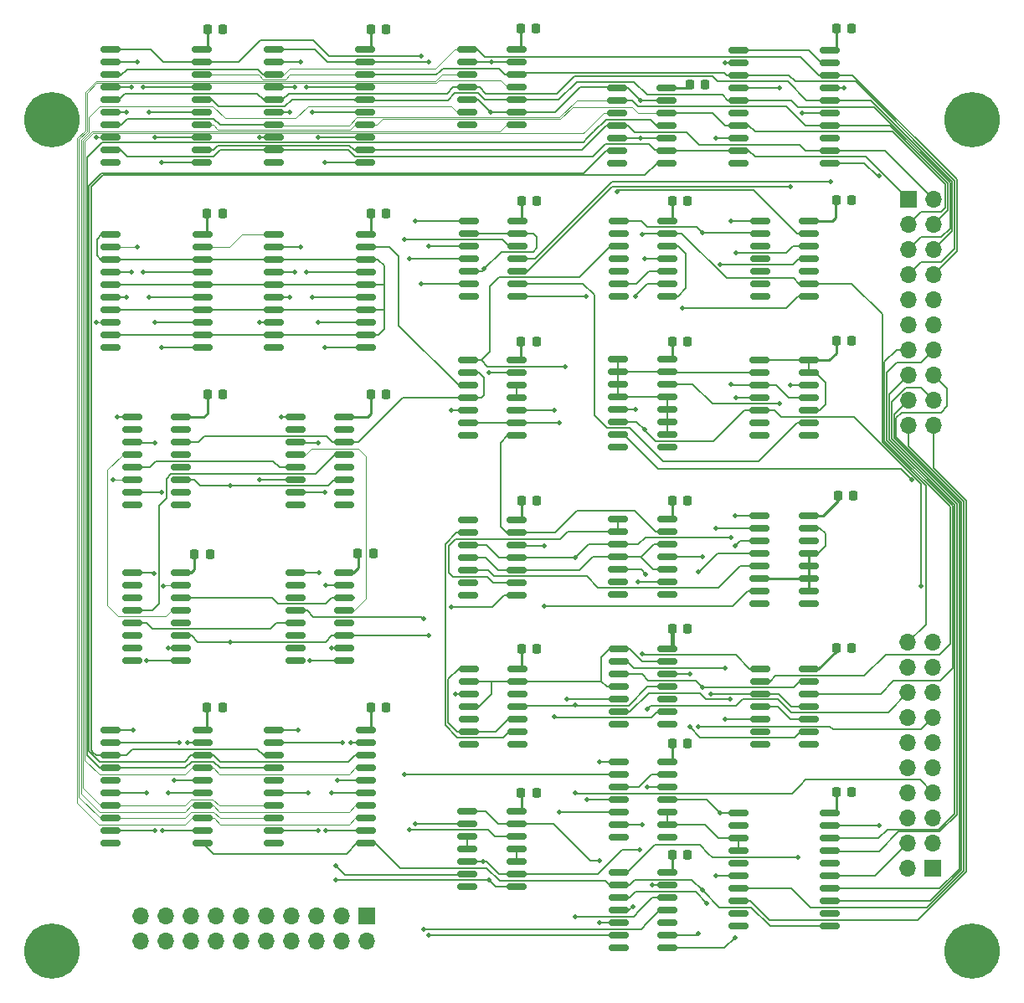
<source format=gbr>
%TF.GenerationSoftware,KiCad,Pcbnew,(6.0.5)*%
%TF.CreationDate,2022-09-09T10:51:32+02:00*%
%TF.ProjectId,B2,42322e6b-6963-4616-945f-706362585858,rev?*%
%TF.SameCoordinates,Original*%
%TF.FileFunction,Copper,L1,Top*%
%TF.FilePolarity,Positive*%
%FSLAX46Y46*%
G04 Gerber Fmt 4.6, Leading zero omitted, Abs format (unit mm)*
G04 Created by KiCad (PCBNEW (6.0.5)) date 2022-09-09 10:51:32*
%MOMM*%
%LPD*%
G01*
G04 APERTURE LIST*
G04 Aperture macros list*
%AMRoundRect*
0 Rectangle with rounded corners*
0 $1 Rounding radius*
0 $2 $3 $4 $5 $6 $7 $8 $9 X,Y pos of 4 corners*
0 Add a 4 corners polygon primitive as box body*
4,1,4,$2,$3,$4,$5,$6,$7,$8,$9,$2,$3,0*
0 Add four circle primitives for the rounded corners*
1,1,$1+$1,$2,$3*
1,1,$1+$1,$4,$5*
1,1,$1+$1,$6,$7*
1,1,$1+$1,$8,$9*
0 Add four rect primitives between the rounded corners*
20,1,$1+$1,$2,$3,$4,$5,0*
20,1,$1+$1,$4,$5,$6,$7,0*
20,1,$1+$1,$6,$7,$8,$9,0*
20,1,$1+$1,$8,$9,$2,$3,0*%
G04 Aperture macros list end*
%TA.AperFunction,SMDPad,CuDef*%
%ADD10RoundRect,0.225000X-0.225000X-0.250000X0.225000X-0.250000X0.225000X0.250000X-0.225000X0.250000X0*%
%TD*%
%TA.AperFunction,SMDPad,CuDef*%
%ADD11RoundRect,0.150000X-0.825000X-0.150000X0.825000X-0.150000X0.825000X0.150000X-0.825000X0.150000X0*%
%TD*%
%TA.AperFunction,SMDPad,CuDef*%
%ADD12RoundRect,0.150000X-0.875000X-0.150000X0.875000X-0.150000X0.875000X0.150000X-0.875000X0.150000X0*%
%TD*%
%TA.AperFunction,ComponentPad*%
%ADD13C,5.600000*%
%TD*%
%TA.AperFunction,ComponentPad*%
%ADD14R,1.700000X1.700000*%
%TD*%
%TA.AperFunction,ComponentPad*%
%ADD15O,1.700000X1.700000*%
%TD*%
%TA.AperFunction,ViaPad*%
%ADD16C,0.500000*%
%TD*%
%TA.AperFunction,Conductor*%
%ADD17C,0.090000*%
%TD*%
%TA.AperFunction,Conductor*%
%ADD18C,0.127000*%
%TD*%
%TA.AperFunction,Conductor*%
%ADD19C,0.254000*%
%TD*%
%TA.AperFunction,Conductor*%
%ADD20C,0.400000*%
%TD*%
G04 APERTURE END LIST*
D10*
%TO.P,C304,1*%
%TO.N,VCC*%
X150837600Y-79349600D03*
%TO.P,C304,2*%
%TO.N,GND*%
X152387600Y-79349600D03*
%TD*%
%TO.P,C312,1*%
%TO.N,VCC*%
X135623000Y-66421000D03*
%TO.P,C312,2*%
%TO.N,GND*%
X137173000Y-66421000D03*
%TD*%
%TO.P,C319,1*%
%TO.N,VCC*%
X182689200Y-124968000D03*
%TO.P,C319,2*%
%TO.N,GND*%
X184239200Y-124968000D03*
%TD*%
D11*
%TO.P,U212,1,Ea*%
%TO.N,GND*%
X160651420Y-81150600D03*
%TO.P,U212,2,S1*%
X160651420Y-82420600D03*
%TO.P,U212,3,I3a*%
X160651420Y-83690600D03*
%TO.P,U212,4,I2a*%
X160651420Y-84960600D03*
%TO.P,U212,5,I1a*%
%TO.N,/timerb/TBTOGGLE*%
X160651420Y-86230600D03*
%TO.P,U212,6,I0a*%
%TO.N,TBPULSE*%
X160651420Y-87500600D03*
%TO.P,U212,7,Za*%
%TO.N,TBOUT*%
X160651420Y-88770600D03*
%TO.P,U212,8,GND*%
%TO.N,GND*%
X160651420Y-90040600D03*
%TO.P,U212,9,Zb*%
%TO.N,unconnected-(U212-Pad9)*%
X165601420Y-90040600D03*
%TO.P,U212,10,I0b*%
%TO.N,GND*%
X165601420Y-88770600D03*
%TO.P,U212,11,I1b*%
X165601420Y-87500600D03*
%TO.P,U212,12,I2b*%
X165601420Y-86230600D03*
%TO.P,U212,13,I3b*%
X165601420Y-84960600D03*
%TO.P,U212,14,S0*%
%TO.N,/TBOUTMODE*%
X165601420Y-83690600D03*
%TO.P,U212,15,Eb*%
%TO.N,GND*%
X165601420Y-82420600D03*
%TO.P,U212,16,VCC*%
%TO.N,VCC*%
X165601420Y-81150600D03*
%TD*%
D10*
%TO.P,C999,1*%
%TO.N,VCC*%
X166128400Y-108458000D03*
%TO.P,C999,2*%
%TO.N,GND*%
X167678400Y-108458000D03*
%TD*%
%TO.P,C310,1*%
%TO.N,VCC*%
X135648400Y-47828200D03*
%TO.P,C310,2*%
%TO.N,GND*%
X137198400Y-47828200D03*
%TD*%
D11*
%TO.P,U214,1,B*%
%TO.N,/timerb/timer16/TBHI5*%
X111511411Y-87009200D03*
%TO.P,U214,2,QB*%
%TO.N,/timerb/timer16/TB13*%
X111511411Y-88279200D03*
%TO.P,U214,3,QA*%
%TO.N,/timerb/timer16/TB12*%
X111511411Y-89549200D03*
%TO.P,U214,4,DOWN*%
%TO.N,Net-(U214-Pad4)*%
X111511411Y-90819200D03*
%TO.P,U214,5,UP*%
%TO.N,VCC*%
X111511411Y-92089200D03*
%TO.P,U214,6,QC*%
%TO.N,/timerb/timer16/TB14*%
X111511411Y-93359200D03*
%TO.P,U214,7,QD*%
%TO.N,/timerb/timer16/TB15*%
X111511411Y-94629200D03*
%TO.P,U214,8,GND*%
%TO.N,GND*%
X111511411Y-95899200D03*
%TO.P,U214,9,D*%
%TO.N,/timerb/timer16/TBHI7*%
X116461411Y-95899200D03*
%TO.P,U214,10,C*%
%TO.N,/timerb/timer16/TBHI6*%
X116461411Y-94629200D03*
%TO.P,U214,11,~{LOAD}*%
%TO.N,/timerb/~{TBLOAD}*%
X116461411Y-93359200D03*
%TO.P,U214,12,~{CO}*%
%TO.N,unconnected-(U214-Pad12)*%
X116461411Y-92089200D03*
%TO.P,U214,13,~{BO}*%
%TO.N,unconnected-(U214-Pad13)*%
X116461411Y-90819200D03*
%TO.P,U214,14,CLR*%
%TO.N,GND*%
X116461411Y-89549200D03*
%TO.P,U214,15,A*%
%TO.N,/timerb/timer16/TBHI4*%
X116461411Y-88279200D03*
%TO.P,U214,16,VCC*%
%TO.N,VCC*%
X116461411Y-87009200D03*
%TD*%
D10*
%TO.P,C329,1*%
%TO.N,VCC*%
X166128400Y-119989600D03*
%TO.P,C329,2*%
%TO.N,GND*%
X167678400Y-119989600D03*
%TD*%
%TO.P,C316,1*%
%TO.N,VCC*%
X135648400Y-84709000D03*
%TO.P,C316,2*%
%TO.N,GND*%
X137198400Y-84709000D03*
%TD*%
D12*
%TO.P,U207,1,G*%
%TO.N,/timerb/timer16/TBCOMPCASCADE*%
X125846411Y-68536700D03*
%TO.P,U207,2,P0*%
%TO.N,/timerb/timer16/TB1*%
X125846411Y-69806700D03*
%TO.P,U207,3,R0*%
%TO.N,GND*%
X125846411Y-71076700D03*
%TO.P,U207,4,P1*%
%TO.N,/timerb/timer16/TB3*%
X125846411Y-72346700D03*
%TO.P,U207,5,R1*%
%TO.N,GND*%
X125846411Y-73616700D03*
%TO.P,U207,6,P2*%
%TO.N,/timerb/timer16/TB5*%
X125846411Y-74886700D03*
%TO.P,U207,7,R2*%
%TO.N,GND*%
X125846411Y-76156700D03*
%TO.P,U207,8,P3*%
%TO.N,/timerb/timer16/TB6*%
X125846411Y-77426700D03*
%TO.P,U207,9,R3*%
%TO.N,GND*%
X125846411Y-78696700D03*
%TO.P,U207,10,GND*%
X125846411Y-79966700D03*
%TO.P,U207,11,P4*%
%TO.N,/timerb/timer16/TB7*%
X135146411Y-79966700D03*
%TO.P,U207,12,R4*%
%TO.N,GND*%
X135146411Y-78696700D03*
%TO.P,U207,13,P5*%
%TO.N,/timerb/timer16/TB4*%
X135146411Y-77426700D03*
%TO.P,U207,14,R5*%
%TO.N,GND*%
X135146411Y-76156700D03*
%TO.P,U207,15,P6*%
%TO.N,/timerb/timer16/TB2*%
X135146411Y-74886700D03*
%TO.P,U207,16,R6*%
%TO.N,GND*%
X135146411Y-73616700D03*
%TO.P,U207,17,P7*%
%TO.N,/timerb/timer16/TB0*%
X135146411Y-72346700D03*
%TO.P,U207,18,R7*%
%TO.N,GND*%
X135146411Y-71076700D03*
%TO.P,U207,19,P=R*%
%TO.N,/timerb/timer16/~{TIMER_UNDERFLOW}*%
X135146411Y-69806700D03*
%TO.P,U207,20,VCC*%
%TO.N,VCC*%
X135146411Y-68536700D03*
%TD*%
D10*
%TO.P,C317,1*%
%TO.N,VCC*%
X119113000Y-47828200D03*
%TO.P,C317,2*%
%TO.N,GND*%
X120663000Y-47828200D03*
%TD*%
D11*
%TO.P,U223,1,~{R}*%
%TO.N,Net-(U223-Pad1)*%
X175011411Y-112473074D03*
%TO.P,U223,2,D*%
%TO.N,DZ0*%
X175011411Y-113743074D03*
%TO.P,U223,3,C*%
%TO.N,Net-(U223-Pad11)*%
X175011411Y-115013074D03*
%TO.P,U223,4,~{S}*%
%TO.N,VCC*%
X175011411Y-116283074D03*
%TO.P,U223,5,Q*%
%TO.N,/cregb/rTBSTART*%
X175011411Y-117553074D03*
%TO.P,U223,6,~{Q}*%
%TO.N,unconnected-(U223-Pad6)*%
X175011411Y-118823074D03*
%TO.P,U223,7,GND*%
%TO.N,GND*%
X175011411Y-120093074D03*
%TO.P,U223,8,~{Q}*%
%TO.N,unconnected-(U223-Pad8)*%
X179961411Y-120093074D03*
%TO.P,U223,9,Q*%
%TO.N,Net-(U222-Pad12)*%
X179961411Y-118823074D03*
%TO.P,U223,10,~{S}*%
%TO.N,VCC*%
X179961411Y-117553074D03*
%TO.P,U223,11,C*%
%TO.N,Net-(U223-Pad11)*%
X179961411Y-116283074D03*
%TO.P,U223,12,D*%
%TO.N,DZ4*%
X179961411Y-115013074D03*
%TO.P,U223,13,~{R}*%
%TO.N,/~{PHI2}*%
X179961411Y-113743074D03*
%TO.P,U223,14,VCC*%
%TO.N,VCC*%
X179961411Y-112473074D03*
%TD*%
D13*
%TO.P,GND102,GND*%
%TO.N,GND*%
X196406802Y-56930538D03*
%TD*%
D12*
%TO.P,U205,1,1OE*%
%TO.N,/cregb/~{OE14}*%
X172785611Y-49911000D03*
%TO.P,U205,2,1A0*%
%TO.N,/cregb/rTBSTART*%
X172785611Y-51181000D03*
%TO.P,U205,3,2Y0*%
%TO.N,D1*%
X172785611Y-52451000D03*
%TO.P,U205,4,1A1*%
%TO.N,/TBOUTMODE*%
X172785611Y-53721000D03*
%TO.P,U205,5,2Y1*%
%TO.N,D3*%
X172785611Y-54991000D03*
%TO.P,U205,6,1A2*%
%TO.N,GND*%
X172785611Y-56261000D03*
%TO.P,U205,7,2Y2*%
%TO.N,D5*%
X172785611Y-57531000D03*
%TO.P,U205,8,1A3*%
%TO.N,/TBINMODE1*%
X172785611Y-58801000D03*
%TO.P,U205,9,2Y3*%
%TO.N,D7*%
X172785611Y-60071000D03*
%TO.P,U205,10,GND*%
%TO.N,GND*%
X172785611Y-61341000D03*
%TO.P,U205,11,2A3*%
%TO.N,ALARM*%
X182085611Y-61341000D03*
%TO.P,U205,12,1Y3*%
%TO.N,D6*%
X182085611Y-60071000D03*
%TO.P,U205,13,2A2*%
%TO.N,/TBINMODE0*%
X182085611Y-58801000D03*
%TO.P,U205,14,1Y2*%
%TO.N,D4*%
X182085611Y-57531000D03*
%TO.P,U205,15,2A1*%
%TO.N,/cregb/TBRUNMODE*%
X182085611Y-56261000D03*
%TO.P,U205,16,1Y1*%
%TO.N,D2*%
X182085611Y-54991000D03*
%TO.P,U205,17,2A0*%
%TO.N,PB7ON*%
X182085611Y-53721000D03*
%TO.P,U205,18,1Y0*%
%TO.N,D0*%
X182085611Y-52451000D03*
%TO.P,U205,19,2OE*%
%TO.N,/cregb/~{OE14}*%
X182085611Y-51181000D03*
%TO.P,U205,20,VCC*%
%TO.N,VCC*%
X182085611Y-49911000D03*
%TD*%
D10*
%TO.P,C324,1*%
%TO.N,VCC*%
X182689200Y-110388400D03*
%TO.P,C324,2*%
%TO.N,GND*%
X184239200Y-110388400D03*
%TD*%
%TO.P,C305,1*%
%TO.N,VCC*%
X119087600Y-116382800D03*
%TO.P,C305,2*%
%TO.N,GND*%
X120637600Y-116382800D03*
%TD*%
D13*
%TO.P,GND101,GND*%
%TO.N,GND*%
X103406802Y-56930538D03*
%TD*%
D10*
%TO.P,C325,1*%
%TO.N,VCC*%
X150837600Y-125044200D03*
%TO.P,C325,2*%
%TO.N,GND*%
X152387600Y-125044200D03*
%TD*%
%TO.P,C315,1*%
%TO.N,VCC*%
X135623000Y-116382800D03*
%TO.P,C315,2*%
%TO.N,GND*%
X137173000Y-116382800D03*
%TD*%
%TO.P,C318,1*%
%TO.N,VCC*%
X119087600Y-66421000D03*
%TO.P,C318,2*%
%TO.N,GND*%
X120637600Y-66421000D03*
%TD*%
D11*
%TO.P,U215,1,B*%
%TO.N,/timerb/timer16/TBLO5*%
X128021411Y-87009200D03*
%TO.P,U215,2,QB*%
%TO.N,/timerb/timer16/TB5*%
X128021411Y-88279200D03*
%TO.P,U215,3,QA*%
%TO.N,/timerb/timer16/TB4*%
X128021411Y-89549200D03*
%TO.P,U215,4,DOWN*%
%TO.N,Net-(U215-Pad4)*%
X128021411Y-90819200D03*
%TO.P,U215,5,UP*%
%TO.N,VCC*%
X128021411Y-92089200D03*
%TO.P,U215,6,QC*%
%TO.N,/timerb/timer16/TB6*%
X128021411Y-93359200D03*
%TO.P,U215,7,QD*%
%TO.N,/timerb/timer16/TB7*%
X128021411Y-94629200D03*
%TO.P,U215,8,GND*%
%TO.N,GND*%
X128021411Y-95899200D03*
%TO.P,U215,9,D*%
%TO.N,/timerb/timer16/TBLO7*%
X132971411Y-95899200D03*
%TO.P,U215,10,C*%
%TO.N,/timerb/timer16/TBLO6*%
X132971411Y-94629200D03*
%TO.P,U215,11,~{LOAD}*%
%TO.N,/timerb/~{TBLOAD}*%
X132971411Y-93359200D03*
%TO.P,U215,12,~{CO}*%
%TO.N,unconnected-(U215-Pad12)*%
X132971411Y-92089200D03*
%TO.P,U215,13,~{BO}*%
%TO.N,Net-(U215-Pad13)*%
X132971411Y-90819200D03*
%TO.P,U215,14,CLR*%
%TO.N,GND*%
X132971411Y-89549200D03*
%TO.P,U215,15,A*%
%TO.N,/timerb/timer16/TBLO4*%
X132971411Y-88279200D03*
%TO.P,U215,16,VCC*%
%TO.N,VCC*%
X132971411Y-87009200D03*
%TD*%
D10*
%TO.P,C302,1*%
%TO.N,VCC*%
X182689200Y-79273400D03*
%TO.P,C302,2*%
%TO.N,GND*%
X184239200Y-79273400D03*
%TD*%
D13*
%TO.P,VCC102,VCC*%
%TO.N,VCC*%
X196406802Y-141055538D03*
%TD*%
D12*
%TO.P,U225,1,~{E}*%
%TO.N,/timerb/~{WETBLO}*%
X125846411Y-118694200D03*
%TO.P,U225,2,Q0*%
%TO.N,/timerb/timer16/TBLO7*%
X125846411Y-119964200D03*
%TO.P,U225,3,D0*%
%TO.N,/resetData/DO7*%
X125846411Y-121234200D03*
%TO.P,U225,4,D1*%
%TO.N,/resetData/DO5*%
X125846411Y-122504200D03*
%TO.P,U225,5,Q1*%
%TO.N,/timerb/timer16/TBLO5*%
X125846411Y-123774200D03*
%TO.P,U225,6,Q2*%
%TO.N,/timerb/timer16/TBLO3*%
X125846411Y-125044200D03*
%TO.P,U225,7,D2*%
%TO.N,/resetData/DO3*%
X125846411Y-126314200D03*
%TO.P,U225,8,D3*%
%TO.N,/resetData/DO1*%
X125846411Y-127584200D03*
%TO.P,U225,9,Q3*%
%TO.N,/timerb/timer16/TBLO1*%
X125846411Y-128854200D03*
%TO.P,U225,10,GND*%
%TO.N,GND*%
X125846411Y-130124200D03*
%TO.P,U225,11,CP*%
%TO.N,/~{PHI2}*%
X135146411Y-130124200D03*
%TO.P,U225,12,Q4*%
%TO.N,/timerb/timer16/TBLO0*%
X135146411Y-128854200D03*
%TO.P,U225,13,D4*%
%TO.N,/resetData/DO0*%
X135146411Y-127584200D03*
%TO.P,U225,14,D5*%
%TO.N,/resetData/DO2*%
X135146411Y-126314200D03*
%TO.P,U225,15,Q5*%
%TO.N,/timerb/timer16/TBLO2*%
X135146411Y-125044200D03*
%TO.P,U225,16,Q6*%
%TO.N,/timerb/timer16/TBLO4*%
X135146411Y-123774200D03*
%TO.P,U225,17,D6*%
%TO.N,/resetData/DO4*%
X135146411Y-122504200D03*
%TO.P,U225,18,D7*%
%TO.N,/resetData/DO6*%
X135146411Y-121234200D03*
%TO.P,U225,19,Q7*%
%TO.N,/timerb/timer16/TBLO6*%
X135146411Y-119964200D03*
%TO.P,U225,20,VCC*%
%TO.N,VCC*%
X135146411Y-118694200D03*
%TD*%
D11*
%TO.P,U204,1*%
%TO.N,/resetData/RES*%
X160567600Y-53721000D03*
%TO.P,U204,2*%
%TO.N,D4*%
X160567600Y-54991000D03*
%TO.P,U204,3*%
%TO.N,/resetData/DO4*%
X160567600Y-56261000D03*
%TO.P,U204,4*%
%TO.N,D6*%
X160567600Y-57531000D03*
%TO.P,U204,5*%
%TO.N,/resetData/RES*%
X160567600Y-58801000D03*
%TO.P,U204,6*%
%TO.N,/resetData/DO6*%
X160567600Y-60071000D03*
%TO.P,U204,7,GND*%
%TO.N,GND*%
X160567600Y-61341000D03*
%TO.P,U204,8*%
%TO.N,/resetData/DO7*%
X165517600Y-61341000D03*
%TO.P,U204,9*%
%TO.N,D7*%
X165517600Y-60071000D03*
%TO.P,U204,10*%
%TO.N,/resetData/RES*%
X165517600Y-58801000D03*
%TO.P,U204,11*%
%TO.N,/resetData/DO5*%
X165517600Y-57531000D03*
%TO.P,U204,12*%
%TO.N,D5*%
X165517600Y-56261000D03*
%TO.P,U204,13*%
%TO.N,/resetData/RES*%
X165517600Y-54991000D03*
%TO.P,U204,14,VCC*%
%TO.N,VCC*%
X165517600Y-53721000D03*
%TD*%
D14*
%TO.P,DATABUS2,1,Pin_1*%
%TO.N,D7*%
X190000000Y-65000000D03*
D15*
%TO.P,DATABUS2,2,Pin_2*%
%TO.N,D6*%
X192540000Y-65000000D03*
%TO.P,DATABUS2,3,Pin_3*%
%TO.N,D5*%
X190000000Y-67540000D03*
%TO.P,DATABUS2,4,Pin_4*%
%TO.N,D4*%
X192540000Y-67540000D03*
%TO.P,DATABUS2,5,Pin_5*%
%TO.N,D3*%
X190000000Y-70080000D03*
%TO.P,DATABUS2,6,Pin_6*%
%TO.N,D2*%
X192540000Y-70080000D03*
%TO.P,DATABUS2,7,Pin_7*%
%TO.N,D1*%
X190000000Y-72620000D03*
%TO.P,DATABUS2,8,Pin_8*%
%TO.N,D0*%
X192540000Y-72620000D03*
%TO.P,DATABUS2,9,Pin_9*%
%TO.N,VCC*%
X190000000Y-75160000D03*
%TO.P,DATABUS2,10,Pin_10*%
%TO.N,GND*%
X192540000Y-75160000D03*
%TO.P,DATABUS2,11,Pin_11*%
%TO.N,VCC*%
X190000000Y-77700000D03*
%TO.P,DATABUS2,12,Pin_12*%
%TO.N,GND*%
X192540000Y-77700000D03*
%TO.P,DATABUS2,13,Pin_13*%
%TO.N,DZ0*%
X190000000Y-80240000D03*
%TO.P,DATABUS2,14,Pin_14*%
%TO.N,DZ4*%
X192540000Y-80240000D03*
%TO.P,DATABUS2,15,Pin_15*%
%TO.N,DZ7*%
X190000000Y-82780000D03*
%TO.P,DATABUS2,16,Pin_16*%
%TO.N,DZ3*%
X192540000Y-82780000D03*
%TO.P,DATABUS2,17,Pin_17*%
%TO.N,DZ1*%
X190000000Y-85320000D03*
%TO.P,DATABUS2,18,Pin_18*%
%TO.N,DZ5*%
X192540000Y-85320000D03*
%TO.P,DATABUS2,19,Pin_19*%
%TO.N,DZ6*%
X190000000Y-87860000D03*
%TO.P,DATABUS2,20,Pin_20*%
%TO.N,DZ2*%
X192540000Y-87860000D03*
%TD*%
D10*
%TO.P,C321,1*%
%TO.N,VCC*%
X134327600Y-100838000D03*
%TO.P,C321,2*%
%TO.N,GND*%
X135877600Y-100838000D03*
%TD*%
%TO.P,C303,1*%
%TO.N,VCC*%
X167881000Y-53416200D03*
%TO.P,C303,2*%
%TO.N,GND*%
X169431000Y-53416200D03*
%TD*%
D11*
%TO.P,U210,1*%
%TO.N,PHI2*%
X175011411Y-67178179D03*
%TO.P,U210,2*%
%TO.N,/~{PHI2}*%
X175011411Y-68448179D03*
%TO.P,U210,3*%
%TO.N,VCC*%
X175011411Y-69718179D03*
%TO.P,U210,4*%
%TO.N,unconnected-(U210-Pad4)*%
X175011411Y-70988179D03*
%TO.P,U210,5*%
%TO.N,VCC*%
X175011411Y-72258179D03*
%TO.P,U210,6*%
%TO.N,unconnected-(U210-Pad6)*%
X175011411Y-73528179D03*
%TO.P,U210,7,GND*%
%TO.N,GND*%
X175011411Y-74798179D03*
%TO.P,U210,8*%
%TO.N,/resetData/RES*%
X179961411Y-74798179D03*
%TO.P,U210,9*%
%TO.N,~{RES}*%
X179961411Y-73528179D03*
%TO.P,U210,10*%
%TO.N,/cregb/WE14*%
X179961411Y-72258179D03*
%TO.P,U210,11*%
%TO.N,/cregb/~{WE14}*%
X179961411Y-70988179D03*
%TO.P,U210,12*%
%TO.N,/timerb/TBPULSESET*%
X179961411Y-69718179D03*
%TO.P,U210,13*%
%TO.N,/cregb/TBUNDERFLOW*%
X179961411Y-68448179D03*
%TO.P,U210,14,VCC*%
%TO.N,VCC*%
X179961411Y-67178179D03*
%TD*%
%TO.P,U222,1,~{R}*%
%TO.N,VCC*%
X160702220Y-110490000D03*
%TO.P,U222,2,D*%
%TO.N,/cregb/rTBSTART*%
X160702220Y-111760000D03*
%TO.P,U222,3,C*%
%TO.N,/~{PHI2}*%
X160702220Y-113030000D03*
%TO.P,U222,4,~{S}*%
%TO.N,VCC*%
X160702220Y-114300000D03*
%TO.P,U222,5,Q*%
%TO.N,/timerb/TBSTART*%
X160702220Y-115570000D03*
%TO.P,U222,6,~{Q}*%
%TO.N,/cregb/~{TBSTART}*%
X160702220Y-116840000D03*
%TO.P,U222,7,GND*%
%TO.N,GND*%
X160702220Y-118110000D03*
%TO.P,U222,8,~{Q}*%
%TO.N,unconnected-(U222-Pad8)*%
X165652220Y-118110000D03*
%TO.P,U222,9,Q*%
%TO.N,/TBLOAD*%
X165652220Y-116840000D03*
%TO.P,U222,10,~{S}*%
%TO.N,VCC*%
X165652220Y-115570000D03*
%TO.P,U222,11,C*%
%TO.N,PHI2*%
X165652220Y-114300000D03*
%TO.P,U222,12,D*%
%TO.N,Net-(U222-Pad12)*%
X165652220Y-113030000D03*
%TO.P,U222,13,~{R}*%
%TO.N,VCC*%
X165652220Y-111760000D03*
%TO.P,U222,14,VCC*%
X165652220Y-110490000D03*
%TD*%
%TO.P,U211,1*%
%TO.N,/timerb/TBSTART*%
X145469581Y-81254600D03*
%TO.P,U211,2*%
%TO.N,GND*%
X145469581Y-82524600D03*
%TO.P,U211,3*%
%TO.N,/timerb/timer16/~{TIMER_UNDERFLOW}*%
X145469581Y-83794600D03*
%TO.P,U211,4*%
%TO.N,GND*%
X145469581Y-85064600D03*
%TO.P,U211,5*%
%TO.N,Net-(U211-Pad5)*%
X145469581Y-86334600D03*
%TO.P,U211,6*%
%TO.N,/cregb/TBUNDERFLOW*%
X145469581Y-87604600D03*
%TO.P,U211,7,GND*%
%TO.N,GND*%
X145469581Y-88874600D03*
%TO.P,U211,8*%
%TO.N,Net-(U211-Pad8)*%
X150419581Y-88874600D03*
%TO.P,U211,9*%
%TO.N,/cregb/TBUNDERFLOW*%
X150419581Y-87604600D03*
%TO.P,U211,10*%
%TO.N,/TBLOAD*%
X150419581Y-86334600D03*
%TO.P,U211,11*%
%TO.N,Net-(U211-Pad11)*%
X150419581Y-85064600D03*
%TO.P,U211,12*%
X150419581Y-83794600D03*
%TO.P,U211,13*%
%TO.N,/timerb/~{WETBHI}*%
X150419581Y-82524600D03*
%TO.P,U211,14,VCC*%
%TO.N,VCC*%
X150419581Y-81254600D03*
%TD*%
D10*
%TO.P,C314,1*%
%TO.N,VCC*%
X150850600Y-95504000D03*
%TO.P,C314,2*%
%TO.N,GND*%
X152400600Y-95504000D03*
%TD*%
D11*
%TO.P,U209,1,~{R}*%
%TO.N,/~{PHI2}*%
X160702220Y-67178179D03*
%TO.P,U209,2,D*%
%TO.N,VCC*%
X160702220Y-68448179D03*
%TO.P,U209,3,C*%
%TO.N,/timerb/TBSTART*%
X160702220Y-69718179D03*
%TO.P,U209,4,~{S}*%
%TO.N,VCC*%
X160702220Y-70988179D03*
%TO.P,U209,5,Q*%
%TO.N,unconnected-(U209-Pad5)*%
X160702220Y-72258179D03*
%TO.P,U209,6,~{Q}*%
%TO.N,/timerb/TBTOGGLESET*%
X160702220Y-73528179D03*
%TO.P,U209,7,GND*%
%TO.N,GND*%
X160702220Y-74798179D03*
%TO.P,U209,8,~{Q}*%
%TO.N,/timerb/~{TBTOGGLE}*%
X165652220Y-74798179D03*
%TO.P,U209,9,Q*%
%TO.N,/timerb/TBTOGGLE*%
X165652220Y-73528179D03*
%TO.P,U209,10,~{S}*%
%TO.N,/timerb/TBTOGGLESET*%
X165652220Y-72258179D03*
%TO.P,U209,11,C*%
%TO.N,TBPULSE*%
X165652220Y-70988179D03*
%TO.P,U209,12,D*%
%TO.N,/timerb/~{TBTOGGLE}*%
X165652220Y-69718179D03*
%TO.P,U209,13,~{R}*%
%TO.N,~{RES}*%
X165652220Y-68448179D03*
%TO.P,U209,14,VCC*%
%TO.N,VCC*%
X165652220Y-67178179D03*
%TD*%
D10*
%TO.P,C307,1*%
%TO.N,VCC*%
X182867000Y-94996000D03*
%TO.P,C307,2*%
%TO.N,GND*%
X184417000Y-94996000D03*
%TD*%
D14*
%TO.P,CONTROLBUS2,1,Pin_1*%
%TO.N,TASTART*%
X192500000Y-132660000D03*
D15*
%TO.P,CONTROLBUS2,2,Pin_2*%
%TO.N,PB6ON*%
X189960000Y-132660000D03*
%TO.P,CONTROLBUS2,3,Pin_3*%
%TO.N,CNT*%
X192500000Y-130120000D03*
%TO.P,CONTROLBUS2,4,Pin_4*%
%TO.N,PB7ON*%
X189960000Y-130120000D03*
%TO.P,CONTROLBUS2,5,Pin_5*%
%TO.N,SP*%
X192500000Y-127580000D03*
%TO.P,CONTROLBUS2,6,Pin_6*%
%TO.N,TAOUT*%
X189960000Y-127580000D03*
%TO.P,CONTROLBUS2,7,Pin_7*%
%TO.N,PHI2*%
X192500000Y-125040000D03*
%TO.P,CONTROLBUS2,8,Pin_8*%
%TO.N,TBOUT*%
X189960000Y-125040000D03*
%TO.P,CONTROLBUS2,9,Pin_9*%
%TO.N,~{FLAG}*%
X192500000Y-122500000D03*
%TO.P,CONTROLBUS2,10,Pin_10*%
%TO.N,SPMODE*%
X189960000Y-122500000D03*
%TO.P,CONTROLBUS2,11,Pin_11*%
%TO.N,TOD*%
X192500000Y-119960000D03*
%TO.P,CONTROLBUS2,12,Pin_12*%
%TO.N,TODIN*%
X189960000Y-119960000D03*
%TO.P,CONTROLBUS2,13,Pin_13*%
%TO.N,TAPULSE*%
X192500000Y-117420000D03*
%TO.P,CONTROLBUS2,14,Pin_14*%
%TO.N,ALARM*%
X189960000Y-117420000D03*
%TO.P,CONTROLBUS2,15,Pin_15*%
%TO.N,TBPULSE*%
X192500000Y-114880000D03*
%TO.P,CONTROLBUS2,16,Pin_16*%
%TO.N,ENABLE_NAND*%
X189960000Y-114880000D03*
%TO.P,CONTROLBUS2,17,Pin_17*%
%TO.N,TODIRQ*%
X192500000Y-112340000D03*
%TO.P,CONTROLBUS2,18,Pin_18*%
%TO.N,TARUNMODE*%
X189960000Y-112340000D03*
%TO.P,CONTROLBUS2,19,Pin_19*%
%TO.N,~{IRQ}*%
X192500000Y-109800000D03*
%TO.P,CONTROLBUS2,20,Pin_20*%
%TO.N,~{RES}*%
X189960000Y-109800000D03*
%TD*%
D13*
%TO.P,VCC101,VCC*%
%TO.N,VCC*%
X103406802Y-141055538D03*
%TD*%
D10*
%TO.P,C309,1*%
%TO.N,VCC*%
X150805000Y-47700000D03*
%TO.P,C309,2*%
%TO.N,GND*%
X152355000Y-47700000D03*
%TD*%
D11*
%TO.P,U229,1*%
%TO.N,/cregb/WE14*%
X160702220Y-133096000D03*
%TO.P,U229,2*%
%TO.N,/~{PHI2}*%
X160702220Y-134366000D03*
%TO.P,U229,3*%
%TO.N,Net-(U223-Pad11)*%
X160702220Y-135636000D03*
%TO.P,U229,4*%
%TO.N,Net-(U217-Pad9)*%
X160702220Y-136906000D03*
%TO.P,U229,5*%
%TO.N,~{RES}*%
X160702220Y-138176000D03*
%TO.P,U229,6*%
%TO.N,/timerb/~{TBLOAD}*%
X160702220Y-139446000D03*
%TO.P,U229,7,GND*%
%TO.N,GND*%
X160702220Y-140716000D03*
%TO.P,U229,8*%
%TO.N,Net-(U218-Pad3)*%
X165652220Y-140716000D03*
%TO.P,U229,9*%
%TO.N,TAPULSE*%
X165652220Y-139446000D03*
%TO.P,U229,10*%
%TO.N,CNT*%
X165652220Y-138176000D03*
%TO.P,U229,11*%
%TO.N,/timerb/TBCOUNT*%
X165652220Y-136906000D03*
%TO.P,U229,12*%
%TO.N,PHI2*%
X165652220Y-135636000D03*
%TO.P,U229,13*%
%TO.N,Net-(U217-Pad5)*%
X165652220Y-134366000D03*
%TO.P,U229,14,VCC*%
%TO.N,VCC*%
X165652220Y-133096000D03*
%TD*%
D10*
%TO.P,C313,1*%
%TO.N,VCC*%
X166128400Y-131318000D03*
%TO.P,C313,2*%
%TO.N,GND*%
X167678400Y-131318000D03*
%TD*%
D11*
%TO.P,U203,1*%
%TO.N,D0*%
X145411161Y-49846000D03*
%TO.P,U203,2*%
%TO.N,/resetData/RES*%
X145411161Y-51116000D03*
%TO.P,U203,3*%
%TO.N,/resetData/DO0*%
X145411161Y-52386000D03*
%TO.P,U203,4*%
%TO.N,D2*%
X145411161Y-53656000D03*
%TO.P,U203,5*%
%TO.N,/resetData/RES*%
X145411161Y-54926000D03*
%TO.P,U203,6*%
%TO.N,/resetData/DO2*%
X145411161Y-56196000D03*
%TO.P,U203,7,GND*%
%TO.N,GND*%
X145411161Y-57466000D03*
%TO.P,U203,8*%
%TO.N,/resetData/DO3*%
X150361161Y-57466000D03*
%TO.P,U203,9*%
%TO.N,/resetData/RES*%
X150361161Y-56196000D03*
%TO.P,U203,10*%
%TO.N,D3*%
X150361161Y-54926000D03*
%TO.P,U203,11*%
%TO.N,/resetData/DO1*%
X150361161Y-53656000D03*
%TO.P,U203,12*%
%TO.N,D1*%
X150361161Y-52386000D03*
%TO.P,U203,13*%
%TO.N,/resetData/RES*%
X150361161Y-51116000D03*
%TO.P,U203,14,VCC*%
%TO.N,VCC*%
X150361161Y-49846000D03*
%TD*%
%TO.P,U213,1,~{R}*%
%TO.N,VCC*%
X174960611Y-81254600D03*
%TO.P,U213,2,D*%
%TO.N,GND*%
X174960611Y-82524600D03*
%TO.P,U213,3,C*%
%TO.N,PHI2*%
X174960611Y-83794600D03*
%TO.P,U213,4,~{S}*%
%TO.N,/timerb/TBPULSESET*%
X174960611Y-85064600D03*
%TO.P,U213,5,Q*%
%TO.N,TBPULSE*%
X174960611Y-86334600D03*
%TO.P,U213,6,~{Q}*%
%TO.N,unconnected-(U213-Pad6)*%
X174960611Y-87604600D03*
%TO.P,U213,7,GND*%
%TO.N,GND*%
X174960611Y-88874600D03*
%TO.P,U213,8,~{Q}*%
%TO.N,unconnected-(U213-Pad8)*%
X179910611Y-88874600D03*
%TO.P,U213,9,Q*%
%TO.N,Net-(U208-Pad9)*%
X179910611Y-87604600D03*
%TO.P,U213,10,~{S}*%
%TO.N,VCC*%
X179910611Y-86334600D03*
%TO.P,U213,11,C*%
%TO.N,PHI2*%
X179910611Y-85064600D03*
%TO.P,U213,12,D*%
%TO.N,/cregb/TBRUNMODE*%
X179910611Y-83794600D03*
%TO.P,U213,13,~{R}*%
%TO.N,VCC*%
X179910611Y-82524600D03*
%TO.P,U213,14,VCC*%
X179910611Y-81254600D03*
%TD*%
D12*
%TO.P,U228,1,~{E}*%
%TO.N,/cregb/~{WE14}*%
X172785611Y-127076200D03*
%TO.P,U228,2,Q0*%
%TO.N,unconnected-(U228-Pad2)*%
X172785611Y-128346200D03*
%TO.P,U228,3,D0*%
%TO.N,VCC*%
X172785611Y-129616200D03*
%TO.P,U228,4,D1*%
X172785611Y-130886200D03*
%TO.P,U228,5,Q1*%
%TO.N,unconnected-(U228-Pad5)*%
X172785611Y-132156200D03*
%TO.P,U228,6,Q2*%
%TO.N,/TBINMODE1*%
X172785611Y-133426200D03*
%TO.P,U228,7,D2*%
%TO.N,DZ6*%
X172785611Y-134696200D03*
%TO.P,U228,8,D3*%
%TO.N,DZ2*%
X172785611Y-135966200D03*
%TO.P,U228,9,Q3*%
%TO.N,/TBOUTMODE*%
X172785611Y-137236200D03*
%TO.P,U228,10,GND*%
%TO.N,GND*%
X172785611Y-138506200D03*
%TO.P,U228,11,CP*%
%TO.N,/~{PHI2}*%
X182085611Y-138506200D03*
%TO.P,U228,12,Q4*%
%TO.N,/cregb/TBRUNMODE*%
X182085611Y-137236200D03*
%TO.P,U228,13,D4*%
%TO.N,DZ3*%
X182085611Y-135966200D03*
%TO.P,U228,14,D5*%
%TO.N,DZ1*%
X182085611Y-134696200D03*
%TO.P,U228,15,Q5*%
%TO.N,PB7ON*%
X182085611Y-133426200D03*
%TO.P,U228,16,Q6*%
%TO.N,/TBINMODE0*%
X182085611Y-132156200D03*
%TO.P,U228,17,D6*%
%TO.N,DZ5*%
X182085611Y-130886200D03*
%TO.P,U228,18,D7*%
%TO.N,DZ7*%
X182085611Y-129616200D03*
%TO.P,U228,19,Q7*%
%TO.N,ALARM*%
X182085611Y-128346200D03*
%TO.P,U228,20,VCC*%
%TO.N,VCC*%
X182085611Y-127076200D03*
%TD*%
%TO.P,U224,1,~{E}*%
%TO.N,/timerb/~{WETBHI}*%
X109336411Y-118694200D03*
%TO.P,U224,2,Q0*%
%TO.N,/timerb/timer16/TBHI7*%
X109336411Y-119964200D03*
%TO.P,U224,3,D0*%
%TO.N,/resetData/DO7*%
X109336411Y-121234200D03*
%TO.P,U224,4,D1*%
%TO.N,/resetData/DO5*%
X109336411Y-122504200D03*
%TO.P,U224,5,Q1*%
%TO.N,/timerb/timer16/TBHI5*%
X109336411Y-123774200D03*
%TO.P,U224,6,Q2*%
%TO.N,/timerb/timer16/TBHI3*%
X109336411Y-125044200D03*
%TO.P,U224,7,D2*%
%TO.N,/resetData/DO3*%
X109336411Y-126314200D03*
%TO.P,U224,8,D3*%
%TO.N,/resetData/DO1*%
X109336411Y-127584200D03*
%TO.P,U224,9,Q3*%
%TO.N,/timerb/timer16/TBHI1*%
X109336411Y-128854200D03*
%TO.P,U224,10,GND*%
%TO.N,GND*%
X109336411Y-130124200D03*
%TO.P,U224,11,CP*%
%TO.N,/~{PHI2}*%
X118636411Y-130124200D03*
%TO.P,U224,12,Q4*%
%TO.N,/timerb/timer16/TBHI0*%
X118636411Y-128854200D03*
%TO.P,U224,13,D4*%
%TO.N,/resetData/DO0*%
X118636411Y-127584200D03*
%TO.P,U224,14,D5*%
%TO.N,/resetData/DO2*%
X118636411Y-126314200D03*
%TO.P,U224,15,Q5*%
%TO.N,/timerb/timer16/TBHI2*%
X118636411Y-125044200D03*
%TO.P,U224,16,Q6*%
%TO.N,/timerb/timer16/TBHI4*%
X118636411Y-123774200D03*
%TO.P,U224,17,D6*%
%TO.N,/resetData/DO4*%
X118636411Y-122504200D03*
%TO.P,U224,18,D7*%
%TO.N,/resetData/DO6*%
X118636411Y-121234200D03*
%TO.P,U224,19,Q7*%
%TO.N,/timerb/timer16/TBHI6*%
X118636411Y-119964200D03*
%TO.P,U224,20,VCC*%
%TO.N,VCC*%
X118636411Y-118694200D03*
%TD*%
D10*
%TO.P,C328,1*%
%TO.N,VCC*%
X117817600Y-100863400D03*
%TO.P,C328,2*%
%TO.N,GND*%
X119367600Y-100863400D03*
%TD*%
D11*
%TO.P,U217,1,~{R}*%
%TO.N,Net-(U216-Pad9)*%
X160651420Y-97345400D03*
%TO.P,U217,2,D*%
X160651420Y-98615400D03*
%TO.P,U217,3,C*%
%TO.N,PHI2*%
X160651420Y-99885400D03*
%TO.P,U217,4,~{S}*%
%TO.N,VCC*%
X160651420Y-101155400D03*
%TO.P,U217,5,Q*%
%TO.N,Net-(U217-Pad5)*%
X160651420Y-102425400D03*
%TO.P,U217,6,~{Q}*%
%TO.N,unconnected-(U217-Pad6)*%
X160651420Y-103695400D03*
%TO.P,U217,7,GND*%
%TO.N,GND*%
X160651420Y-104965400D03*
%TO.P,U217,8,~{Q}*%
%TO.N,unconnected-(U217-Pad8)*%
X165601420Y-104965400D03*
%TO.P,U217,9,Q*%
%TO.N,Net-(U217-Pad9)*%
X165601420Y-103695400D03*
%TO.P,U217,10,~{S}*%
%TO.N,VCC*%
X165601420Y-102425400D03*
%TO.P,U217,11,C*%
%TO.N,/~{PHI2}*%
X165601420Y-101155400D03*
%TO.P,U217,12,D*%
%TO.N,VCC*%
X165601420Y-99885400D03*
%TO.P,U217,13,~{R}*%
%TO.N,Net-(U211-Pad8)*%
X165601420Y-98615400D03*
%TO.P,U217,14,VCC*%
%TO.N,VCC*%
X165601420Y-97345400D03*
%TD*%
%TO.P,U218,1,Ea*%
%TO.N,/cregb/~{TBSTART}*%
X174945000Y-96985000D03*
%TO.P,U218,2,S1*%
%TO.N,/TBINMODE1*%
X174945000Y-98255000D03*
%TO.P,U218,3,I3a*%
%TO.N,Net-(U218-Pad3)*%
X174945000Y-99525000D03*
%TO.P,U218,4,I2a*%
%TO.N,TAPULSE*%
X174945000Y-100795000D03*
%TO.P,U218,5,I1a*%
%TO.N,/timerb/timerbMux/CNTSYNC*%
X174945000Y-102065000D03*
%TO.P,U218,6,I0a*%
%TO.N,VCC*%
X174945000Y-103335000D03*
%TO.P,U218,7,Za*%
%TO.N,/timerb/timerbMux/OUTPUT*%
X174945000Y-104605000D03*
%TO.P,U218,8,GND*%
%TO.N,GND*%
X174945000Y-105875000D03*
%TO.P,U218,9,Zb*%
%TO.N,unconnected-(U218-Pad9)*%
X179895000Y-105875000D03*
%TO.P,U218,10,I0b*%
%TO.N,VCC*%
X179895000Y-104605000D03*
%TO.P,U218,11,I1b*%
X179895000Y-103335000D03*
%TO.P,U218,12,I2b*%
X179895000Y-102065000D03*
%TO.P,U218,13,I3b*%
X179895000Y-100795000D03*
%TO.P,U218,14,S0*%
%TO.N,/TBINMODE0*%
X179895000Y-99525000D03*
%TO.P,U218,15,Eb*%
%TO.N,VCC*%
X179895000Y-98255000D03*
%TO.P,U218,16,VCC*%
X179895000Y-96985000D03*
%TD*%
%TO.P,U216,1,~{R}*%
%TO.N,VCC*%
X145469581Y-97434400D03*
%TO.P,U216,2,D*%
%TO.N,Net-(U216-Pad2)*%
X145469581Y-98704400D03*
%TO.P,U216,3,C*%
%TO.N,PHI2*%
X145469581Y-99974400D03*
%TO.P,U216,4,~{S}*%
%TO.N,VCC*%
X145469581Y-101244400D03*
%TO.P,U216,5,Q*%
%TO.N,/timerb/timerbMux/CNTSYNC*%
X145469581Y-102514400D03*
%TO.P,U216,6,~{Q}*%
%TO.N,unconnected-(U216-Pad6)*%
X145469581Y-103784400D03*
%TO.P,U216,7,GND*%
%TO.N,GND*%
X145469581Y-105054400D03*
%TO.P,U216,8,~{Q}*%
%TO.N,Net-(U211-Pad5)*%
X150419581Y-105054400D03*
%TO.P,U216,9,Q*%
%TO.N,Net-(U216-Pad9)*%
X150419581Y-103784400D03*
%TO.P,U216,10,~{S}*%
%TO.N,VCC*%
X150419581Y-102514400D03*
%TO.P,U216,11,C*%
%TO.N,PHI2*%
X150419581Y-101244400D03*
%TO.P,U216,12,D*%
%TO.N,/timerb/timerbMux/OUTPUT*%
X150419581Y-99974400D03*
%TO.P,U216,13,~{R}*%
%TO.N,Net-(U211-Pad8)*%
X150419581Y-98704400D03*
%TO.P,U216,14,VCC*%
%TO.N,VCC*%
X150419581Y-97434400D03*
%TD*%
%TO.P,U219,1,B*%
%TO.N,/timerb/timer16/TBHI1*%
X111511411Y-102761700D03*
%TO.P,U219,2,QB*%
%TO.N,/timerb/timer16/TB9*%
X111511411Y-104031700D03*
%TO.P,U219,3,QA*%
%TO.N,/timerb/timer16/TB8*%
X111511411Y-105301700D03*
%TO.P,U219,4,DOWN*%
%TO.N,Net-(U215-Pad13)*%
X111511411Y-106571700D03*
%TO.P,U219,5,UP*%
%TO.N,VCC*%
X111511411Y-107841700D03*
%TO.P,U219,6,QC*%
%TO.N,/timerb/timer16/TB10*%
X111511411Y-109111700D03*
%TO.P,U219,7,QD*%
%TO.N,/timerb/timer16/TB11*%
X111511411Y-110381700D03*
%TO.P,U219,8,GND*%
%TO.N,GND*%
X111511411Y-111651700D03*
%TO.P,U219,9,D*%
%TO.N,/timerb/timer16/TBHI3*%
X116461411Y-111651700D03*
%TO.P,U219,10,C*%
%TO.N,/timerb/timer16/TBHI2*%
X116461411Y-110381700D03*
%TO.P,U219,11,~{LOAD}*%
%TO.N,/timerb/~{TBLOAD}*%
X116461411Y-109111700D03*
%TO.P,U219,12,~{CO}*%
%TO.N,unconnected-(U219-Pad12)*%
X116461411Y-107841700D03*
%TO.P,U219,13,~{BO}*%
%TO.N,Net-(U214-Pad4)*%
X116461411Y-106571700D03*
%TO.P,U219,14,CLR*%
%TO.N,GND*%
X116461411Y-105301700D03*
%TO.P,U219,15,A*%
%TO.N,/timerb/timer16/TBHI0*%
X116461411Y-104031700D03*
%TO.P,U219,16,VCC*%
%TO.N,VCC*%
X116461411Y-102761700D03*
%TD*%
D10*
%TO.P,C311,1*%
%TO.N,VCC*%
X166128400Y-79349600D03*
%TO.P,C311,2*%
%TO.N,GND*%
X167678400Y-79349600D03*
%TD*%
D11*
%TO.P,U221,1,~{R}*%
%TO.N,Net-(U221-Pad1)*%
X145520381Y-112473074D03*
%TO.P,U221,2,D*%
%TO.N,VCC*%
X145520381Y-113743074D03*
%TO.P,U221,3,C*%
%TO.N,CNT*%
X145520381Y-115013074D03*
%TO.P,U221,4,~{S}*%
%TO.N,VCC*%
X145520381Y-116283074D03*
%TO.P,U221,5,Q*%
%TO.N,unconnected-(U221-Pad5)*%
X145520381Y-117553074D03*
%TO.P,U221,6,~{Q}*%
%TO.N,Net-(U221-Pad1)*%
X145520381Y-118823074D03*
%TO.P,U221,7,GND*%
%TO.N,GND*%
X145520381Y-120093074D03*
%TO.P,U221,8,~{Q}*%
%TO.N,unconnected-(U221-Pad8)*%
X150470381Y-120093074D03*
%TO.P,U221,9,Q*%
%TO.N,Net-(U216-Pad2)*%
X150470381Y-118823074D03*
%TO.P,U221,10,~{S}*%
%TO.N,Net-(U221-Pad1)*%
X150470381Y-117553074D03*
%TO.P,U221,11,C*%
%TO.N,PHI2*%
X150470381Y-116283074D03*
%TO.P,U221,12,D*%
%TO.N,GND*%
X150470381Y-115013074D03*
%TO.P,U221,13,~{R}*%
%TO.N,VCC*%
X150470381Y-113743074D03*
%TO.P,U221,14,VCC*%
X150470381Y-112473074D03*
%TD*%
D12*
%TO.P,U202,1,1OE*%
%TO.N,/timerb/~{OETBLO}*%
X125795611Y-49860200D03*
%TO.P,U202,2,1A0*%
%TO.N,/timerb/timer16/TB1*%
X125795611Y-51130200D03*
%TO.P,U202,3,2Y0*%
%TO.N,D0*%
X125795611Y-52400200D03*
%TO.P,U202,4,1A1*%
%TO.N,/timerb/timer16/TB3*%
X125795611Y-53670200D03*
%TO.P,U202,5,2Y1*%
%TO.N,D2*%
X125795611Y-54940200D03*
%TO.P,U202,6,1A2*%
%TO.N,/timerb/timer16/TB5*%
X125795611Y-56210200D03*
%TO.P,U202,7,2Y2*%
%TO.N,D4*%
X125795611Y-57480200D03*
%TO.P,U202,8,1A3*%
%TO.N,/timerb/timer16/TB6*%
X125795611Y-58750200D03*
%TO.P,U202,9,2Y3*%
%TO.N,D7*%
X125795611Y-60020200D03*
%TO.P,U202,10,GND*%
%TO.N,GND*%
X125795611Y-61290200D03*
%TO.P,U202,11,2A3*%
%TO.N,/timerb/timer16/TB7*%
X135095611Y-61290200D03*
%TO.P,U202,12,1Y3*%
%TO.N,D6*%
X135095611Y-60020200D03*
%TO.P,U202,13,2A2*%
%TO.N,/timerb/timer16/TB4*%
X135095611Y-58750200D03*
%TO.P,U202,14,1Y2*%
%TO.N,D5*%
X135095611Y-57480200D03*
%TO.P,U202,15,2A1*%
%TO.N,/timerb/timer16/TB2*%
X135095611Y-56210200D03*
%TO.P,U202,16,1Y1*%
%TO.N,D3*%
X135095611Y-54940200D03*
%TO.P,U202,17,2A0*%
%TO.N,/timerb/timer16/TB0*%
X135095611Y-53670200D03*
%TO.P,U202,18,1Y0*%
%TO.N,D1*%
X135095611Y-52400200D03*
%TO.P,U202,19,2OE*%
%TO.N,/timerb/~{OETBLO}*%
X135095611Y-51130200D03*
%TO.P,U202,20,VCC*%
%TO.N,VCC*%
X135095611Y-49860200D03*
%TD*%
D14*
%TO.P,ENABLEBUS2,1,Pin_1*%
%TO.N,~{EN6}*%
X135200000Y-137500000D03*
D15*
%TO.P,ENABLEBUS2,2,Pin_2*%
%TO.N,~{EN5}*%
X135200000Y-140040000D03*
%TO.P,ENABLEBUS2,3,Pin_3*%
%TO.N,~{EN7}*%
X132660000Y-137500000D03*
%TO.P,ENABLEBUS2,4,Pin_4*%
%TO.N,~{EN4}*%
X132660000Y-140040000D03*
%TO.P,ENABLEBUS2,5,Pin_5*%
%TO.N,~{EN14}*%
X130120000Y-137500000D03*
%TO.P,ENABLEBUS2,6,Pin_6*%
%TO.N,VCC*%
X130120000Y-140040000D03*
%TO.P,ENABLEBUS2,7,Pin_7*%
%TO.N,~{EN13}*%
X127580000Y-137500000D03*
%TO.P,ENABLEBUS2,8,Pin_8*%
%TO.N,VCC*%
X127580000Y-140040000D03*
%TO.P,ENABLEBUS2,9,Pin_9*%
%TO.N,~{EN12}*%
X125040000Y-137500000D03*
%TO.P,ENABLEBUS2,10,Pin_10*%
%TO.N,VCC*%
X125040000Y-140040000D03*
%TO.P,ENABLEBUS2,11,Pin_11*%
%TO.N,~{EN11}*%
X122500000Y-137500000D03*
%TO.P,ENABLEBUS2,12,Pin_12*%
%TO.N,VCC*%
X122500000Y-140040000D03*
%TO.P,ENABLEBUS2,13,Pin_13*%
%TO.N,~{EN10}*%
X119960000Y-137500000D03*
%TO.P,ENABLEBUS2,14,Pin_14*%
%TO.N,GND*%
X119960000Y-140040000D03*
%TO.P,ENABLEBUS2,15,Pin_15*%
%TO.N,~{EN9}*%
X117420000Y-137500000D03*
%TO.P,ENABLEBUS2,16,Pin_16*%
%TO.N,GND*%
X117420000Y-140040000D03*
%TO.P,ENABLEBUS2,17,Pin_17*%
%TO.N,~{EN8}*%
X114880000Y-137500000D03*
%TO.P,ENABLEBUS2,18,Pin_18*%
%TO.N,GND*%
X114880000Y-140040000D03*
%TO.P,ENABLEBUS2,19,Pin_19*%
%TO.N,~{EN15}*%
X112340000Y-137500000D03*
%TO.P,ENABLEBUS2,20,Pin_20*%
%TO.N,GND*%
X112340000Y-140040000D03*
%TD*%
D11*
%TO.P,U227,1*%
%TO.N,~{RES}*%
X160702220Y-121909074D03*
%TO.P,U227,2*%
%TO.N,~{EN15}*%
X160702220Y-123179074D03*
%TO.P,U227,3*%
%TO.N,Net-(U227-Pad13)*%
X160702220Y-124449074D03*
%TO.P,U227,4*%
%TO.N,Net-(U208-Pad8)*%
X160702220Y-125719074D03*
%TO.P,U227,5*%
%TO.N,/cregb/TBUNDERFLOW*%
X160702220Y-126989074D03*
%TO.P,U227,6*%
%TO.N,Net-(U223-Pad1)*%
X160702220Y-128259074D03*
%TO.P,U227,7,GND*%
%TO.N,GND*%
X160702220Y-129529074D03*
%TO.P,U227,8*%
%TO.N,unconnected-(U227-Pad8)*%
X165652220Y-129529074D03*
%TO.P,U227,9*%
%TO.N,VCC*%
X165652220Y-128259074D03*
%TO.P,U227,10*%
X165652220Y-126989074D03*
%TO.P,U227,11*%
%TO.N,/cregb/~{WE14}*%
X165652220Y-125719074D03*
%TO.P,U227,12*%
%TO.N,ENABLE_NAND*%
X165652220Y-124449074D03*
%TO.P,U227,13*%
%TO.N,Net-(U227-Pad13)*%
X165652220Y-123179074D03*
%TO.P,U227,14,VCC*%
%TO.N,VCC*%
X165652220Y-121909074D03*
%TD*%
%TO.P,U226,1*%
%TO.N,~{RES}*%
X145411161Y-126911200D03*
%TO.P,U226,2*%
%TO.N,~{EN6}*%
X145411161Y-128181200D03*
%TO.P,U226,3*%
%TO.N,Net-(U226-Pad3)*%
X145411161Y-129451200D03*
%TO.P,U226,4*%
X145411161Y-130721200D03*
%TO.P,U226,5*%
%TO.N,ENABLE_NAND*%
X145411161Y-131991200D03*
%TO.P,U226,6*%
%TO.N,/timerb/~{WETBLO}*%
X145411161Y-133261200D03*
%TO.P,U226,7,GND*%
%TO.N,GND*%
X145411161Y-134531200D03*
%TO.P,U226,8*%
%TO.N,/timerb/~{WETBHI}*%
X150361161Y-134531200D03*
%TO.P,U226,9*%
%TO.N,ENABLE_NAND*%
X150361161Y-133261200D03*
%TO.P,U226,10*%
%TO.N,Net-(U226-Pad10)*%
X150361161Y-131991200D03*
%TO.P,U226,11*%
X150361161Y-130721200D03*
%TO.P,U226,12*%
%TO.N,~{EN7}*%
X150361161Y-129451200D03*
%TO.P,U226,13*%
%TO.N,~{RES}*%
X150361161Y-128181200D03*
%TO.P,U226,14,VCC*%
%TO.N,VCC*%
X150361161Y-126911200D03*
%TD*%
D10*
%TO.P,C322,1*%
%TO.N,VCC*%
X119113000Y-84709000D03*
%TO.P,C322,2*%
%TO.N,GND*%
X120663000Y-84709000D03*
%TD*%
%TO.P,C308,1*%
%TO.N,VCC*%
X182689200Y-65049400D03*
%TO.P,C308,2*%
%TO.N,GND*%
X184239200Y-65049400D03*
%TD*%
%TO.P,C323,1*%
%TO.N,VCC*%
X182689200Y-47752000D03*
%TO.P,C323,2*%
%TO.N,GND*%
X184239200Y-47752000D03*
%TD*%
%TO.P,C320,1*%
%TO.N,VCC*%
X166128400Y-65125600D03*
%TO.P,C320,2*%
%TO.N,GND*%
X167678400Y-65125600D03*
%TD*%
D12*
%TO.P,U206,1,G*%
%TO.N,GND*%
X109336411Y-68536700D03*
%TO.P,U206,2,P0*%
%TO.N,/timerb/timer16/TB9*%
X109336411Y-69806700D03*
%TO.P,U206,3,R0*%
%TO.N,GND*%
X109336411Y-71076700D03*
%TO.P,U206,4,P1*%
%TO.N,/timerb/timer16/TB11*%
X109336411Y-72346700D03*
%TO.P,U206,5,R1*%
%TO.N,GND*%
X109336411Y-73616700D03*
%TO.P,U206,6,P2*%
%TO.N,/timerb/timer16/TB13*%
X109336411Y-74886700D03*
%TO.P,U206,7,R2*%
%TO.N,GND*%
X109336411Y-76156700D03*
%TO.P,U206,8,P3*%
%TO.N,/timerb/timer16/TB14*%
X109336411Y-77426700D03*
%TO.P,U206,9,R3*%
%TO.N,GND*%
X109336411Y-78696700D03*
%TO.P,U206,10,GND*%
X109336411Y-79966700D03*
%TO.P,U206,11,P4*%
%TO.N,/timerb/timer16/TB15*%
X118636411Y-79966700D03*
%TO.P,U206,12,R4*%
%TO.N,GND*%
X118636411Y-78696700D03*
%TO.P,U206,13,P5*%
%TO.N,/timerb/timer16/TB12*%
X118636411Y-77426700D03*
%TO.P,U206,14,R5*%
%TO.N,GND*%
X118636411Y-76156700D03*
%TO.P,U206,15,P6*%
%TO.N,/timerb/timer16/TB10*%
X118636411Y-74886700D03*
%TO.P,U206,16,R6*%
%TO.N,GND*%
X118636411Y-73616700D03*
%TO.P,U206,17,P7*%
%TO.N,/timerb/timer16/TB8*%
X118636411Y-72346700D03*
%TO.P,U206,18,R7*%
%TO.N,GND*%
X118636411Y-71076700D03*
%TO.P,U206,19,P=R*%
%TO.N,/timerb/timer16/TBCOMPCASCADE*%
X118636411Y-69806700D03*
%TO.P,U206,20,VCC*%
%TO.N,VCC*%
X118636411Y-68536700D03*
%TD*%
D11*
%TO.P,U208,1*%
%TO.N,~{EN6}*%
X145520381Y-67178179D03*
%TO.P,U208,2*%
%TO.N,ENABLE_NAND*%
X145520381Y-68448179D03*
%TO.P,U208,3*%
%TO.N,/timerb/~{OETBLO}*%
X145520381Y-69718179D03*
%TO.P,U208,4*%
%TO.N,~{EN7}*%
X145520381Y-70988179D03*
%TO.P,U208,5*%
%TO.N,ENABLE_NAND*%
X145520381Y-72258179D03*
%TO.P,U208,6*%
%TO.N,/timerb/~{OETBHI}*%
X145520381Y-73528179D03*
%TO.P,U208,7,GND*%
%TO.N,GND*%
X145520381Y-74798179D03*
%TO.P,U208,8*%
%TO.N,Net-(U208-Pad8)*%
X150470381Y-74798179D03*
%TO.P,U208,9*%
%TO.N,Net-(U208-Pad9)*%
X150470381Y-73528179D03*
%TO.P,U208,10*%
%TO.N,/cregb/TBRUNMODE*%
X150470381Y-72258179D03*
%TO.P,U208,11*%
%TO.N,/cregb/~{OE14}*%
X150470381Y-70988179D03*
%TO.P,U208,12*%
%TO.N,~{EN15}*%
X150470381Y-69718179D03*
%TO.P,U208,13*%
%TO.N,ENABLE_NAND*%
X150470381Y-68448179D03*
%TO.P,U208,14,VCC*%
%TO.N,VCC*%
X150470381Y-67178179D03*
%TD*%
%TO.P,U220,1,B*%
%TO.N,/timerb/timer16/TBLO1*%
X128021411Y-102761700D03*
%TO.P,U220,2,QB*%
%TO.N,/timerb/timer16/TB1*%
X128021411Y-104031700D03*
%TO.P,U220,3,QA*%
%TO.N,/timerb/timer16/TB0*%
X128021411Y-105301700D03*
%TO.P,U220,4,DOWN*%
%TO.N,/timerb/TBCOUNT*%
X128021411Y-106571700D03*
%TO.P,U220,5,UP*%
%TO.N,VCC*%
X128021411Y-107841700D03*
%TO.P,U220,6,QC*%
%TO.N,/timerb/timer16/TB2*%
X128021411Y-109111700D03*
%TO.P,U220,7,QD*%
%TO.N,/timerb/timer16/TB3*%
X128021411Y-110381700D03*
%TO.P,U220,8,GND*%
%TO.N,GND*%
X128021411Y-111651700D03*
%TO.P,U220,9,D*%
%TO.N,/timerb/timer16/TBLO3*%
X132971411Y-111651700D03*
%TO.P,U220,10,C*%
%TO.N,/timerb/timer16/TBLO2*%
X132971411Y-110381700D03*
%TO.P,U220,11,~{LOAD}*%
%TO.N,/timerb/~{TBLOAD}*%
X132971411Y-109111700D03*
%TO.P,U220,12,~{CO}*%
%TO.N,unconnected-(U220-Pad12)*%
X132971411Y-107841700D03*
%TO.P,U220,13,~{BO}*%
%TO.N,Net-(U215-Pad4)*%
X132971411Y-106571700D03*
%TO.P,U220,14,CLR*%
%TO.N,GND*%
X132971411Y-105301700D03*
%TO.P,U220,15,A*%
%TO.N,/timerb/timer16/TBLO0*%
X132971411Y-104031700D03*
%TO.P,U220,16,VCC*%
%TO.N,VCC*%
X132971411Y-102761700D03*
%TD*%
D10*
%TO.P,C327,1*%
%TO.N,VCC*%
X150850600Y-65125600D03*
%TO.P,C327,2*%
%TO.N,GND*%
X152400600Y-65125600D03*
%TD*%
%TO.P,C306,1*%
%TO.N,VCC*%
X166128400Y-95504000D03*
%TO.P,C306,2*%
%TO.N,GND*%
X167678400Y-95504000D03*
%TD*%
%TO.P,C326,1*%
%TO.N,VCC*%
X150850600Y-110464600D03*
%TO.P,C326,2*%
%TO.N,GND*%
X152400600Y-110464600D03*
%TD*%
D12*
%TO.P,U201,1,1OE*%
%TO.N,/timerb/~{OETBHI}*%
X109285611Y-49860200D03*
%TO.P,U201,2,1A0*%
%TO.N,/timerb/timer16/TB9*%
X109285611Y-51130200D03*
%TO.P,U201,3,2Y0*%
%TO.N,D0*%
X109285611Y-52400200D03*
%TO.P,U201,4,1A1*%
%TO.N,/timerb/timer16/TB11*%
X109285611Y-53670200D03*
%TO.P,U201,5,2Y1*%
%TO.N,D2*%
X109285611Y-54940200D03*
%TO.P,U201,6,1A2*%
%TO.N,/timerb/timer16/TB13*%
X109285611Y-56210200D03*
%TO.P,U201,7,2Y2*%
%TO.N,D4*%
X109285611Y-57480200D03*
%TO.P,U201,8,1A3*%
%TO.N,/timerb/timer16/TB14*%
X109285611Y-58750200D03*
%TO.P,U201,9,2Y3*%
%TO.N,D7*%
X109285611Y-60020200D03*
%TO.P,U201,10,GND*%
%TO.N,GND*%
X109285611Y-61290200D03*
%TO.P,U201,11,2A3*%
%TO.N,/timerb/timer16/TB15*%
X118585611Y-61290200D03*
%TO.P,U201,12,1Y3*%
%TO.N,D6*%
X118585611Y-60020200D03*
%TO.P,U201,13,2A2*%
%TO.N,/timerb/timer16/TB12*%
X118585611Y-58750200D03*
%TO.P,U201,14,1Y2*%
%TO.N,D5*%
X118585611Y-57480200D03*
%TO.P,U201,15,2A1*%
%TO.N,/timerb/timer16/TB10*%
X118585611Y-56210200D03*
%TO.P,U201,16,1Y1*%
%TO.N,D3*%
X118585611Y-54940200D03*
%TO.P,U201,17,2A0*%
%TO.N,/timerb/timer16/TB8*%
X118585611Y-53670200D03*
%TO.P,U201,18,1Y0*%
%TO.N,D1*%
X118585611Y-52400200D03*
%TO.P,U201,19,2OE*%
%TO.N,/timerb/~{OETBHI}*%
X118585611Y-51130200D03*
%TO.P,U201,20,VCC*%
%TO.N,VCC*%
X118585611Y-49860200D03*
%TD*%
D16*
%TO.N,/cregb/WE14*%
X179280000Y-72250000D03*
%TO.N,/TBINMODE0*%
X181370000Y-58800000D03*
%TO.N,/TBOUTMODE*%
X173500000Y-137250000D03*
%TO.N,CNT*%
X165608000Y-138176000D03*
X144190720Y-115034060D03*
%TO.N,PB7ON*%
X183484520Y-53723540D03*
%TO.N,PHI2*%
X156281785Y-137541817D03*
X156276040Y-101244400D03*
X156278580Y-116146580D03*
X156278580Y-125036580D03*
X172045540Y-99184460D03*
X172044360Y-83705700D03*
X172041820Y-67190620D03*
%TO.N,TBOUT*%
X190318283Y-93395360D03*
%TO.N,TAPULSE*%
X168715243Y-118310830D03*
X168733201Y-139255511D03*
X168715243Y-102690278D03*
%TO.N,ALARM*%
X187004100Y-62636400D03*
X187004100Y-128310640D03*
%TO.N,TBPULSE*%
X163370260Y-70965060D03*
X191315340Y-104086660D03*
X163360100Y-88313260D03*
%TO.N,ENABLE_NAND*%
X163576000Y-124460000D03*
X147111720Y-72034400D03*
X162814000Y-130810000D03*
X147030340Y-131991200D03*
X163576000Y-116586000D03*
%TO.N,~{RES}*%
X158750000Y-138176000D03*
X163068000Y-68580000D03*
X158767780Y-131902200D03*
X158757620Y-121927620D03*
%TO.N,VCC*%
X160782000Y-114300000D03*
X119075200Y-66421000D03*
X166141400Y-119989600D03*
X119126000Y-84683600D03*
X128701800Y-107848400D03*
X165608000Y-115570000D03*
X182867000Y-94996000D03*
X182702200Y-47777400D03*
X135610600Y-47802800D03*
X150850600Y-110439200D03*
X175666400Y-116281200D03*
X166116000Y-131318000D03*
X119072660Y-116400580D03*
X150799800Y-47777400D03*
X161358580Y-68463160D03*
X182676800Y-65074800D03*
X127347980Y-92102940D03*
X166141400Y-95529400D03*
X149758400Y-102514400D03*
X166128400Y-108458000D03*
X117805200Y-100863400D03*
X135636000Y-84683600D03*
X182676800Y-79248000D03*
X146126200Y-97434400D03*
X150850600Y-125044200D03*
X167868600Y-53416200D03*
X134340600Y-100863400D03*
X150850600Y-65125600D03*
X179895000Y-103335000D03*
X182702200Y-124993400D03*
X150850600Y-95529400D03*
X119100600Y-47828200D03*
X150850600Y-79375000D03*
X135636000Y-116382800D03*
X166116000Y-65100200D03*
X161371280Y-70970140D03*
X135636000Y-66446400D03*
X173487080Y-129626360D03*
X182702200Y-110363000D03*
X166166800Y-79349600D03*
X175668240Y-72261748D03*
X175666400Y-69723000D03*
%TO.N,GND*%
X184251600Y-110363000D03*
X146174460Y-74797920D03*
X137185400Y-66421000D03*
X175691800Y-120116600D03*
X167690800Y-119989600D03*
X146126200Y-105054400D03*
X169418000Y-53416200D03*
X146131280Y-82529680D03*
X184279620Y-94996000D03*
X110058200Y-130124200D03*
X110827820Y-95879920D03*
X161391600Y-129540000D03*
X173507400Y-56261000D03*
X128701800Y-111633000D03*
X152400000Y-110490000D03*
X146177000Y-120116600D03*
X135890000Y-100863400D03*
X175641000Y-88849200D03*
X120650000Y-47853600D03*
X184277000Y-124993400D03*
X112166400Y-111633000D03*
X146100800Y-57454800D03*
X110083600Y-71069200D03*
X126593600Y-79984600D03*
X119405400Y-100863400D03*
X137185400Y-116382800D03*
X167690800Y-131318000D03*
X120624600Y-66421000D03*
X161290000Y-118110000D03*
X127347980Y-95912940D03*
X149783800Y-115011200D03*
X175691800Y-74777600D03*
X146149060Y-88882220D03*
X152425400Y-65125600D03*
X110032800Y-79959200D03*
X161264600Y-104952800D03*
X173507400Y-61341000D03*
X167690800Y-65125600D03*
X109905800Y-61290200D03*
X161356040Y-74790300D03*
X173507400Y-138506200D03*
X167690800Y-95529400D03*
X167690800Y-79349600D03*
X152400000Y-125044200D03*
X161239200Y-61366400D03*
X126492000Y-61290200D03*
X184277000Y-79273400D03*
X184251600Y-65074800D03*
X137210800Y-84734400D03*
X152400000Y-95529400D03*
X120675400Y-116357400D03*
X167640000Y-108458000D03*
X146100800Y-134518400D03*
X161315400Y-90043000D03*
X184251600Y-47752000D03*
X152400000Y-79375000D03*
X161290000Y-140716000D03*
X175638940Y-105875163D03*
X152374600Y-47802800D03*
X164922200Y-82397600D03*
X120675400Y-84709000D03*
X137185400Y-47777400D03*
X133809759Y-105309876D03*
X126593600Y-130124200D03*
%TO.N,~{EN6}*%
X140131800Y-67183000D03*
X140131800Y-128193800D03*
%TO.N,~{EN7}*%
X139573000Y-70993000D03*
X139573000Y-128778000D03*
%TO.N,~{EN15}*%
X139047220Y-123127449D03*
X139047220Y-69088000D03*
%TO.N,/~{PHI2}*%
X169155110Y-101145110D03*
X169164000Y-134874000D03*
X169153840Y-68351400D03*
X169155110Y-114349530D03*
%TO.N,/resetData/RES*%
X167126920Y-75996800D03*
X147788400Y-56196000D03*
X147804100Y-51116000D03*
X162938460Y-58801000D03*
X162943540Y-54991000D03*
%TO.N,/timerb/timerbMux/OUTPUT*%
X153162000Y-106172000D03*
X153162000Y-100076000D03*
%TO.N,/cregb/~{TBSTART}*%
X172466000Y-97028000D03*
X171958000Y-115570000D03*
%TO.N,/TBLOAD*%
X154178000Y-117348000D03*
X154178000Y-86360000D03*
%TO.N,/TBOUTMODE*%
X176971960Y-85686900D03*
X176974500Y-53715920D03*
%TO.N,/TBINMODE0*%
X179895000Y-99525000D03*
X182077241Y-132178252D03*
%TO.N,/TBINMODE1*%
X170500000Y-58780000D03*
X170500000Y-98232000D03*
X170500000Y-133430000D03*
%TO.N,/timerb/TBSTART*%
X155448000Y-115570000D03*
X155333076Y-81927076D03*
%TO.N,/cregb/WE14*%
X178816000Y-131572000D03*
%TO.N,/cregb/~{WE14}*%
X170953258Y-71564500D03*
X170980134Y-127082343D03*
%TO.N,/cregb/TBUNDERFLOW*%
X160525460Y-64226440D03*
X154686000Y-87571580D03*
X154686000Y-127000000D03*
%TO.N,/cregb/TBRUNMODE*%
X182085611Y-137236200D03*
X179224940Y-56250840D03*
X178026060Y-83793940D03*
X178026060Y-63700660D03*
%TO.N,/cregb/~{OE14}*%
X182118000Y-63246000D03*
X182085611Y-51181000D03*
%TO.N,/timerb/TBPULSESET*%
X172544740Y-70413880D03*
X172532040Y-85054440D03*
%TO.N,/timerb/~{OETBLO}*%
X141478000Y-69723000D03*
X141478000Y-51130200D03*
%TO.N,/timerb/~{OETBHI}*%
X140716000Y-73533000D03*
X140690600Y-50495200D03*
%TO.N,/timerb/~{TBLOAD}*%
X121412000Y-93980000D03*
X141478000Y-139446000D03*
X121435134Y-109751134D03*
X141452436Y-109088912D03*
%TO.N,/timerb/TBCOUNT*%
X140995992Y-138812246D03*
X140970000Y-107442000D03*
%TO.N,/timerb/~{WETBLO}*%
X132123180Y-132410200D03*
X128244600Y-118694200D03*
%TO.N,/timerb/~{WETBHI}*%
X111582200Y-118694200D03*
X147574000Y-133847840D03*
X147566380Y-82522060D03*
X132123180Y-133835140D03*
%TO.N,/timerb/timer16/TBLO7*%
X132983480Y-95899320D03*
X132803269Y-119964320D03*
%TO.N,/timerb/timer16/TBLO5*%
X126554869Y-86995120D03*
X126554869Y-123774320D03*
%TO.N,/timerb/timer16/TBLO3*%
X129457980Y-111633120D03*
X129272669Y-125044320D03*
%TO.N,/timerb/timer16/TBLO1*%
X130326769Y-128856860D03*
X130357249Y-102776140D03*
%TO.N,/timerb/timer16/TBLO0*%
X131101469Y-104038520D03*
X131076069Y-128854320D03*
%TO.N,/timerb/timer16/TBLO2*%
X131685669Y-125044320D03*
X131660269Y-110388520D03*
%TO.N,/timerb/timer16/TBLO4*%
X132441634Y-88257380D03*
X132238434Y-123766580D03*
%TO.N,/timerb/timer16/TBLO6*%
X133489069Y-94640520D03*
X133616069Y-119964320D03*
%TO.N,/timerb/timer16/TBHI7*%
X116461411Y-95899200D03*
X116281200Y-119964200D03*
%TO.N,/timerb/timer16/TBHI5*%
X110032800Y-86995000D03*
X110032800Y-123774200D03*
%TO.N,/timerb/timer16/TBHI3*%
X112928400Y-125044200D03*
X112935911Y-111633000D03*
%TO.N,/timerb/timer16/TBHI1*%
X113741200Y-102819200D03*
X113804700Y-128856740D03*
%TO.N,/timerb/timer16/TBHI0*%
X114681000Y-104089200D03*
X114554000Y-128854200D03*
%TO.N,/timerb/timer16/TBHI2*%
X115138200Y-110388400D03*
X115163600Y-125044200D03*
%TO.N,/timerb/timer16/TBHI4*%
X115951000Y-88265000D03*
X115747800Y-123774200D03*
%TO.N,/timerb/timer16/TBHI6*%
X117094000Y-119964200D03*
X116967000Y-94640400D03*
%TO.N,/timerb/TBTOGGLE*%
X162399980Y-74782680D03*
X162399980Y-86230460D03*
%TO.N,/timerb/timer16/TB1*%
X128633434Y-104046020D03*
X128557234Y-69804280D03*
X128557234Y-51137820D03*
%TO.N,/timerb/timer16/TB0*%
X128684020Y-105305860D03*
X129171069Y-72346940D03*
X129171069Y-53644920D03*
%TO.N,/timerb/timer16/TB2*%
X129696849Y-56215400D03*
X129707009Y-74874240D03*
X128714500Y-109111820D03*
%TO.N,/timerb/timer16/TB3*%
X127977269Y-72339320D03*
X127977269Y-53644920D03*
X128033480Y-110381820D03*
%TO.N,/timerb/timer16/TB5*%
X127443869Y-74904720D03*
X127443869Y-56210320D03*
X127398780Y-88277700D03*
%TO.N,/timerb/timer16/TB4*%
X130316609Y-77414240D03*
X130316609Y-89588460D03*
X130316609Y-58752860D03*
%TO.N,/timerb/timer16/TB6*%
X124393669Y-77417120D03*
X124393669Y-58755833D03*
X124395869Y-93370520D03*
%TO.N,/timerb/timer16/TB7*%
X130982089Y-61297940D03*
X130982089Y-79969480D03*
X130964309Y-94645600D03*
%TO.N,/timerb/timer16/TB9*%
X112014000Y-69796660D03*
X112014000Y-51130200D03*
X112090200Y-104038400D03*
%TO.N,/timerb/timer16/TB8*%
X112090200Y-105308400D03*
X112649000Y-72346820D03*
X112649000Y-53644800D03*
%TO.N,/timerb/timer16/TB10*%
X113174780Y-56215280D03*
X112166400Y-109110780D03*
X113184940Y-74874120D03*
%TO.N,/timerb/timer16/TB11*%
X111511411Y-110381700D03*
X111455200Y-72339200D03*
X111455200Y-53644800D03*
%TO.N,/timerb/timer16/TB13*%
X110921800Y-74904600D03*
X110920093Y-88288168D03*
X110921800Y-56210200D03*
%TO.N,/timerb/timer16/TB12*%
X113794540Y-77414120D03*
X113794540Y-89588340D03*
X113794540Y-58752740D03*
%TO.N,/timerb/timer16/TB14*%
X107871600Y-58755713D03*
X107871600Y-77417000D03*
X109550200Y-93370400D03*
%TO.N,/timerb/timer16/TB15*%
X114442240Y-94645480D03*
X114460020Y-79969360D03*
X114460020Y-61297820D03*
%TO.N,/cregb/rTBSTART*%
X171430915Y-117553808D03*
X171429851Y-112409573D03*
X171429851Y-51175885D03*
%TO.N,Net-(U208-Pad8)*%
X157480000Y-125730000D03*
X157426660Y-74788901D03*
%TO.N,Net-(U211-Pad5)*%
X143758920Y-86332060D03*
X143779240Y-106243120D03*
%TO.N,Net-(U217-Pad5)*%
X164084000Y-134366000D03*
X163451540Y-102918260D03*
%TO.N,Net-(U217-Pad9)*%
X162172931Y-136500253D03*
X162659060Y-103647240D03*
%TO.N,Net-(U218-Pad3)*%
X172466000Y-139642440D03*
X172466000Y-100076000D03*
%TO.N,Net-(U222-Pad12)*%
X167894000Y-118364000D03*
X167894000Y-113030000D03*
%TO.N,Net-(U223-Pad1)*%
X163068000Y-128270000D03*
X163068000Y-110998000D03*
%TO.N,Net-(U223-Pad11)*%
X169633521Y-136182479D03*
X170027600Y-115003580D03*
%TD*%
D17*
%TO.N,/resetData/DO1*%
X149446000Y-53656000D02*
X150361161Y-53656000D01*
X148793819Y-53003819D02*
X149446000Y-53656000D01*
X148223819Y-53003819D02*
X148793819Y-53003819D01*
X148223819Y-53003819D02*
X142484203Y-53003819D01*
X148711020Y-53003819D02*
X148223819Y-53003819D01*
X108308140Y-127584200D02*
X109336411Y-127584200D01*
X106130480Y-125406540D02*
X108308140Y-127584200D01*
X106130480Y-58923476D02*
X106130480Y-125406540D01*
X106938540Y-58115416D02*
X106130480Y-58923476D01*
X108330000Y-53225680D02*
X107911800Y-53225680D01*
X106938540Y-54198940D02*
X106938540Y-58115416D01*
X142264262Y-53223760D02*
X108331920Y-53223760D01*
X108331920Y-53223760D02*
X108330000Y-53225680D01*
X107911800Y-53225680D02*
X106938540Y-54198940D01*
X142484203Y-53003819D02*
X142264262Y-53223760D01*
%TO.N,/resetData/DO0*%
X142834000Y-52386000D02*
X145411161Y-52386000D01*
X107996782Y-53034240D02*
X142185760Y-53034240D01*
X107994502Y-53031960D02*
X107996782Y-53034240D01*
X107837498Y-53031960D02*
X107994502Y-53031960D01*
X106749020Y-58036914D02*
X106749020Y-54120438D01*
X106749020Y-54120438D02*
X107837498Y-53031960D01*
X105940960Y-58844974D02*
X106749020Y-58036914D01*
X105940960Y-125996800D02*
X105940960Y-58844974D01*
X116890800Y-128219200D02*
X108163360Y-128219200D01*
X142185760Y-53034240D02*
X142834000Y-52386000D01*
X108163360Y-128219200D02*
X105940960Y-125996800D01*
X117525800Y-127584200D02*
X116890800Y-128219200D01*
X118636411Y-127584200D02*
X117525800Y-127584200D01*
%TO.N,/resetData/DO2*%
X144410200Y-56196000D02*
X145411161Y-56196000D01*
X143789400Y-55575200D02*
X144410200Y-56196000D01*
X129283460Y-55575200D02*
X143789400Y-55575200D01*
X128038860Y-56819800D02*
X129283460Y-55575200D01*
X120929400Y-56819800D02*
X128038860Y-56819800D01*
X119684800Y-55575200D02*
X120929400Y-56819800D01*
X108229400Y-55575200D02*
X119684800Y-55575200D01*
X106320000Y-125118540D02*
X106320000Y-59001978D01*
X116814600Y-126974600D02*
X108176060Y-126974600D01*
X108176060Y-126974600D02*
X106320000Y-125118540D01*
X117475000Y-126314200D02*
X116814600Y-126974600D01*
X118636411Y-126314200D02*
X117475000Y-126314200D01*
X106320000Y-59001978D02*
X107128060Y-58193918D01*
X107128060Y-58193918D02*
X107128060Y-56676540D01*
X107128060Y-56676540D02*
X108229400Y-55575200D01*
%TO.N,/resetData/DO3*%
X106515940Y-59074060D02*
X106515940Y-124491520D01*
X108338620Y-126314200D02*
X109336411Y-126314200D01*
X107475760Y-58114240D02*
X106515940Y-59074060D01*
X107714240Y-58114240D02*
X107475760Y-58114240D01*
X106515940Y-124491520D02*
X108338620Y-126314200D01*
X107714240Y-58114240D02*
X107465760Y-58114240D01*
X133340000Y-58114240D02*
X107714240Y-58114240D01*
%TO.N,/resetData/DO4*%
X106705460Y-121691460D02*
X106705460Y-59164540D01*
X108178600Y-123164600D02*
X106705460Y-121691460D01*
X116865400Y-123164600D02*
X108178600Y-123164600D01*
X117525800Y-122504200D02*
X116865400Y-123164600D01*
X107566240Y-58303760D02*
X157113640Y-58303760D01*
X118636411Y-122504200D02*
X117525800Y-122504200D01*
X106705460Y-59164540D02*
X107566240Y-58303760D01*
X157113640Y-58303760D02*
X157313700Y-58103700D01*
D18*
%TO.N,/resetData/DO5*%
X106913480Y-121203480D02*
X106913480Y-60776520D01*
X108214200Y-122504200D02*
X106913480Y-121203480D01*
X109336411Y-122504200D02*
X108214200Y-122504200D01*
X106913480Y-60776520D02*
X108476780Y-59213220D01*
X108476780Y-59213220D02*
X109133220Y-59213220D01*
X135370000Y-59213220D02*
X109133220Y-59213220D01*
X157126780Y-59213220D02*
X135370000Y-59213220D01*
X157520000Y-58820000D02*
X157126780Y-59213220D01*
X158200000Y-58140000D02*
X157520000Y-58820000D01*
X162510000Y-56910000D02*
X159430000Y-56910000D01*
X159430000Y-56910000D02*
X158200000Y-58140000D01*
X163900000Y-56910000D02*
X162510000Y-56910000D01*
X164370000Y-57380000D02*
X163900000Y-56910000D01*
X164521000Y-57531000D02*
X164370000Y-57380000D01*
X165517600Y-57531000D02*
X164521000Y-57531000D01*
%TO.N,D6*%
X133930000Y-60030000D02*
X135085811Y-60030000D01*
X120170000Y-59550000D02*
X133450000Y-59550000D01*
X133450000Y-59550000D02*
X133930000Y-60030000D01*
X119699800Y-60020200D02*
X120170000Y-59550000D01*
X118585611Y-60020200D02*
X119699800Y-60020200D01*
X135085811Y-60030000D02*
X135095611Y-60020200D01*
%TO.N,/resetData/DO6*%
X108419652Y-62350000D02*
X108960000Y-62350000D01*
X107140000Y-63629653D02*
X108419652Y-62350000D01*
X107140000Y-120820106D02*
X107140000Y-63629653D01*
X108189094Y-121869200D02*
X107140000Y-120820106D01*
X116840000Y-121869200D02*
X108189094Y-121869200D01*
X117475000Y-121234200D02*
X116840000Y-121869200D01*
X118636411Y-121234200D02*
X117475000Y-121234200D01*
X129560000Y-62350000D02*
X108960000Y-62350000D01*
%TO.N,/resetData/DO7*%
X107370000Y-120729758D02*
X107570121Y-120929879D01*
X107370000Y-63720000D02*
X107370000Y-120729758D01*
X163363480Y-62576520D02*
X108513480Y-62576520D01*
X165517600Y-61341000D02*
X164599000Y-61341000D01*
X164599000Y-61341000D02*
X163363480Y-62576520D01*
X108513480Y-62576520D02*
X107370000Y-63720000D01*
X107874442Y-121234200D02*
X107570121Y-120929879D01*
%TO.N,/cregb/WE14*%
X179288179Y-72258179D02*
X179280000Y-72250000D01*
X179961411Y-72258179D02*
X179288179Y-72258179D01*
%TO.N,/TBINMODE0*%
X181371000Y-58801000D02*
X181370000Y-58800000D01*
X182085611Y-58801000D02*
X181371000Y-58801000D01*
%TO.N,/TBOUTMODE*%
X173486200Y-137236200D02*
X173500000Y-137250000D01*
X172785611Y-137236200D02*
X173486200Y-137236200D01*
D17*
%TO.N,/resetData/DO4*%
X157313700Y-58103700D02*
X157101720Y-58315680D01*
X159156400Y-56261000D02*
X157313700Y-58103700D01*
%TO.N,D5*%
X135105411Y-57490000D02*
X135095611Y-57480200D01*
X154823960Y-56885040D02*
X136854960Y-56885040D01*
X156057600Y-55651400D02*
X154823960Y-56885040D01*
X162026600Y-55651400D02*
X156057600Y-55651400D01*
X136854960Y-56885040D02*
X136250000Y-57490000D01*
X162636200Y-56261000D02*
X162026600Y-55651400D01*
X165517600Y-56261000D02*
X162636200Y-56261000D01*
X136250000Y-57490000D02*
X135105411Y-57490000D01*
%TO.N,/resetData/DO3*%
X148675760Y-58114240D02*
X133340000Y-58114240D01*
X149324000Y-57466000D02*
X149000000Y-57790000D01*
X150361161Y-57466000D02*
X149324000Y-57466000D01*
X149000000Y-57790000D02*
X148675760Y-58114240D01*
%TO.N,D5*%
X118585811Y-57480000D02*
X118585611Y-57480200D01*
X119690000Y-57480000D02*
X118585811Y-57480000D01*
X120134720Y-57924720D02*
X119690000Y-57480000D01*
X133565280Y-57924720D02*
X120134720Y-57924720D01*
X135095611Y-57480200D02*
X134009800Y-57480200D01*
X134009800Y-57480200D02*
X133565280Y-57924720D01*
D18*
%TO.N,/resetData/DO6*%
X158070000Y-61430000D02*
X157150000Y-62350000D01*
X159429000Y-60071000D02*
X158070000Y-61430000D01*
X160567600Y-60071000D02*
X159429000Y-60071000D01*
X157150000Y-62350000D02*
X129560000Y-62350000D01*
D17*
%TO.N,D1*%
X124310200Y-52400200D02*
X118585611Y-52400200D01*
X126995280Y-52844720D02*
X124754720Y-52844720D01*
X127439800Y-52400200D02*
X126995280Y-52844720D01*
X124754720Y-52844720D02*
X124310200Y-52400200D01*
X135095611Y-52400200D02*
X127439800Y-52400200D01*
D18*
%TO.N,DZ4*%
X191268860Y-81511140D02*
X192540000Y-80240000D01*
X187810000Y-89342004D02*
X187810000Y-82552680D01*
X194460916Y-112433449D02*
X194460916Y-95992920D01*
X188851540Y-81511140D02*
X191268860Y-81511140D01*
X194460916Y-95992920D02*
X187810000Y-89342004D01*
X193186185Y-113708180D02*
X194460916Y-112433449D01*
X188493400Y-113708180D02*
X193186185Y-113708180D01*
X187188506Y-115013074D02*
X188493400Y-113708180D01*
X179961411Y-115013074D02*
X187188506Y-115013074D01*
X187810000Y-82552680D02*
X188851540Y-81511140D01*
%TO.N,DZ0*%
X188797919Y-80240000D02*
X190000000Y-80240000D01*
X187580000Y-81457919D02*
X188797919Y-80240000D01*
X187580000Y-89432338D02*
X187580000Y-81457919D01*
X194234396Y-96086734D02*
X187580000Y-89432338D01*
X194234396Y-109908684D02*
X194234396Y-96086734D01*
X176015046Y-113743074D02*
X176550320Y-113207800D01*
X176550320Y-113207800D02*
X185542200Y-113207800D01*
X175011411Y-113743074D02*
X176015046Y-113743074D01*
X185542200Y-113207800D02*
X187710000Y-111040000D01*
X187710000Y-111040000D02*
X193103080Y-111040000D01*
X193103080Y-111040000D02*
X194234396Y-109908684D01*
%TO.N,DZ7*%
X194687436Y-95899106D02*
X188040000Y-89251670D01*
X188040000Y-84740000D02*
X190000000Y-82780000D01*
X194687436Y-127122564D02*
X194687436Y-95899106D01*
X193080000Y-128730000D02*
X194687436Y-127122564D01*
X187880000Y-128730000D02*
X193080000Y-128730000D01*
X186993800Y-129616200D02*
X187880000Y-128730000D01*
X188040000Y-89251670D02*
X188040000Y-84740000D01*
X182085611Y-129616200D02*
X186993800Y-129616200D01*
%TO.N,DZ6*%
X178130200Y-134696200D02*
X172785611Y-134696200D01*
X191840366Y-136639300D02*
X180073300Y-136639300D01*
X190000000Y-89930334D02*
X195593489Y-95523823D01*
X190000000Y-87860000D02*
X190000000Y-89930334D01*
X195593489Y-95523823D02*
X195593489Y-132886177D01*
X195593489Y-132886177D02*
X191840366Y-136639300D01*
X180073300Y-136639300D02*
X178130200Y-134696200D01*
%TO.N,DZ3*%
X193893440Y-84133440D02*
X192540000Y-82780000D01*
X193893440Y-85930740D02*
X193893440Y-84133440D01*
X189303660Y-86542880D02*
X193281300Y-86542880D01*
X195366978Y-132792354D02*
X195366978Y-95617646D01*
X188774240Y-87072300D02*
X189303660Y-86542880D01*
X192193132Y-135966200D02*
X195366978Y-132792354D01*
X188774240Y-89024908D02*
X188774240Y-87072300D01*
X182085611Y-135966200D02*
X192193132Y-135966200D01*
X195366978Y-95617646D02*
X188774240Y-89024908D01*
X193281300Y-86542880D02*
X193893440Y-85930740D01*
%TO.N,DZ1*%
X193142798Y-134696200D02*
X182085611Y-134696200D01*
X195140467Y-95711469D02*
X195140467Y-132698531D01*
X188547720Y-89118722D02*
X195140467Y-95711469D01*
X188547720Y-86772280D02*
X188547720Y-89118722D01*
X190000000Y-85320000D02*
X188547720Y-86772280D01*
X195140467Y-132698531D02*
X193142798Y-134696200D01*
%TO.N,DZ2*%
X192540000Y-92150000D02*
X192540000Y-87860000D01*
X195820000Y-95430000D02*
X192540000Y-92150000D01*
X195820000Y-132980000D02*
X195820000Y-95430000D01*
X190926260Y-137873740D02*
X195820000Y-132980000D01*
X175938180Y-137873740D02*
X190926260Y-137873740D01*
X174030640Y-135966200D02*
X175938180Y-137873740D01*
X172785611Y-135966200D02*
X174030640Y-135966200D01*
%TO.N,DZ5*%
X191260980Y-84040980D02*
X192540000Y-85320000D01*
X189769020Y-84040980D02*
X191260980Y-84040980D01*
X188320000Y-85490000D02*
X189769020Y-84040980D01*
X188320000Y-89211336D02*
X188320000Y-85490000D01*
X194913956Y-95805292D02*
X188320000Y-89211336D01*
X194913956Y-127216392D02*
X194913956Y-95805292D01*
X193173828Y-128956520D02*
X194913956Y-127216392D01*
X188973480Y-128956520D02*
X193173828Y-128956520D01*
X187015860Y-130914140D02*
X188973480Y-128956520D01*
%TO.N,TBPULSE*%
X177157380Y-87035640D02*
X184542634Y-87035640D01*
X176456340Y-86334600D02*
X177157380Y-87035640D01*
%TO.N,~{RES}*%
X191757915Y-108002085D02*
X189960000Y-109800000D01*
%TO.N,TBPULSE*%
X174960611Y-86334600D02*
X176456340Y-86334600D01*
%TO.N,~{RES}*%
X191757915Y-93930587D02*
X191757915Y-108002085D01*
X187353490Y-89526162D02*
X191757915Y-93930587D01*
X187353490Y-76609490D02*
X187353490Y-89526162D01*
X184272179Y-73528179D02*
X187353490Y-76609490D01*
X179961411Y-73528179D02*
X184272179Y-73528179D01*
%TO.N,TBPULSE*%
X184542634Y-87035640D02*
X191315340Y-93808346D01*
X191315340Y-93808346D02*
X191315340Y-104086660D01*
%TO.N,TBOUT*%
X189206203Y-92283280D02*
X190318283Y-93395360D01*
X164721540Y-92283280D02*
X189206203Y-92283280D01*
X161208860Y-88770600D02*
X164721540Y-92283280D01*
X160651420Y-88770600D02*
X161208860Y-88770600D01*
%TO.N,DZ5*%
X182113551Y-130914140D02*
X187015860Y-130914140D01*
%TO.N,D0*%
X184341000Y-52451000D02*
X182085611Y-52451000D01*
X194880000Y-70270800D02*
X194880000Y-62990000D01*
X192540000Y-72620000D02*
X194884600Y-70275400D01*
%TO.N,D1*%
X193294000Y-71374000D02*
X191246000Y-71374000D01*
X191246000Y-71374000D02*
X190000000Y-72620000D01*
X194653489Y-70014511D02*
X193294000Y-71374000D01*
X194653489Y-63102445D02*
X194653489Y-70014511D01*
X178562000Y-53086000D02*
X184637044Y-53086000D01*
X172785611Y-52451000D02*
X177927000Y-52451000D01*
%TO.N,D0*%
X194880000Y-62990000D02*
X184341000Y-52451000D01*
%TO.N,D2*%
X186221696Y-54991000D02*
X182085611Y-54991000D01*
X194426979Y-63196283D02*
X186221696Y-54991000D01*
%TO.N,D1*%
X184637044Y-53086000D02*
X194653489Y-63102445D01*
%TO.N,D5*%
X193747445Y-65840555D02*
X193294000Y-66294000D01*
%TO.N,D1*%
X177927000Y-52451000D02*
X178562000Y-53086000D01*
%TO.N,D5*%
X193747446Y-63497446D02*
X193747445Y-65840555D01*
X188416000Y-58166000D02*
X193747446Y-63497446D01*
X174498000Y-58166000D02*
X188416000Y-58166000D01*
%TO.N,D4*%
X188121000Y-57531000D02*
X182085611Y-57531000D01*
X193973956Y-66106044D02*
X193973957Y-63383957D01*
%TO.N,D3*%
X191246000Y-68834000D02*
X190000000Y-70080000D01*
X193294000Y-68834000D02*
X191246000Y-68834000D01*
%TO.N,D0*%
X194884600Y-70275400D02*
X194880000Y-70270800D01*
%TO.N,D3*%
X194200467Y-67927533D02*
X193294000Y-68834000D01*
X194200468Y-63290120D02*
X194200467Y-67927533D01*
X186558401Y-55648053D02*
X194200468Y-63290120D01*
X178838053Y-55648053D02*
X186558401Y-55648053D01*
X178181000Y-54991000D02*
X178838053Y-55648053D01*
X172785611Y-54991000D02*
X178181000Y-54991000D01*
%TO.N,D5*%
X172785611Y-57531000D02*
X173863000Y-57531000D01*
X191246000Y-66294000D02*
X190000000Y-67540000D01*
%TO.N,D4*%
X193973957Y-63383957D02*
X188121000Y-57531000D01*
X192540000Y-67540000D02*
X193973956Y-66106044D01*
%TO.N,D2*%
X194426978Y-68193022D02*
X194426979Y-63196283D01*
%TO.N,D5*%
X173863000Y-57531000D02*
X174498000Y-58166000D01*
X193294000Y-66294000D02*
X191246000Y-66294000D01*
%TO.N,D2*%
X192540000Y-70080000D02*
X194426978Y-68193022D01*
%TO.N,CNT*%
X144190720Y-115034060D02*
X145499395Y-115034060D01*
X165652220Y-138176000D02*
X165608000Y-138176000D01*
X145499395Y-115034060D02*
X145520381Y-115013074D01*
%TO.N,PB7ON*%
X189960000Y-130120000D02*
X186653800Y-133426200D01*
X183484520Y-53723540D02*
X182088151Y-53723540D01*
X182088151Y-53723540D02*
X182085611Y-53721000D01*
X186653800Y-133426200D02*
X182085611Y-133426200D01*
%TO.N,PHI2*%
X161336998Y-137519523D02*
X156304079Y-137519523D01*
X174960611Y-83794600D02*
X172133260Y-83794600D01*
X162814000Y-136906000D02*
X162200477Y-137519523D01*
X164084000Y-135636000D02*
X162814000Y-136906000D01*
X145469581Y-99974400D02*
X147312380Y-99974400D01*
X162200477Y-137519523D02*
X161336998Y-137519523D01*
X179628800Y-123698000D02*
X191158000Y-123698000D01*
X172133260Y-83794600D02*
X172044360Y-83705700D01*
X150419581Y-101244400D02*
X156276040Y-101244400D01*
X178221611Y-125105189D02*
X156347189Y-125105189D01*
X163390580Y-99184460D02*
X172045540Y-99184460D01*
X165652220Y-135636000D02*
X164084000Y-135636000D01*
X156301440Y-101244400D02*
X157660440Y-99885400D01*
X156276040Y-101244400D02*
X156301440Y-101244400D01*
X172041820Y-67190620D02*
X174998970Y-67190620D01*
X148582380Y-101244400D02*
X150419581Y-101244400D01*
X150470381Y-116283074D02*
X150562945Y-116190510D01*
X156304079Y-137519523D02*
X156281785Y-137541817D01*
X161685490Y-116190510D02*
X163576000Y-114300000D01*
X163576000Y-114300000D02*
X165652220Y-114300000D01*
X160651420Y-99885400D02*
X162689640Y-99885400D01*
X150562945Y-116190510D02*
X161685490Y-116190510D01*
X191158000Y-123698000D02*
X192500000Y-125040000D01*
X179095400Y-124231400D02*
X178841400Y-124485400D01*
X157660440Y-99885400D02*
X160651420Y-99885400D01*
X147312380Y-99974400D02*
X148582380Y-101244400D01*
X179095400Y-124231400D02*
X179628800Y-123698000D01*
X174998970Y-67190620D02*
X175011411Y-67178179D01*
X162689640Y-99885400D02*
X163390580Y-99184460D01*
X174960611Y-83794600D02*
X176614600Y-83794600D01*
X177884600Y-85064600D02*
X179910611Y-85064600D01*
X176614600Y-83794600D02*
X177884600Y-85064600D01*
X178841400Y-124485400D02*
X178221611Y-125105189D01*
X156278580Y-125036580D02*
X156332333Y-125036580D01*
%TO.N,TAPULSE*%
X168715243Y-102690278D02*
X168835722Y-102690278D01*
X182057760Y-118303760D02*
X182372000Y-118618000D01*
X168733201Y-139255511D02*
X168542712Y-139446000D01*
X182050690Y-118310830D02*
X168715243Y-118310830D01*
X191302000Y-118618000D02*
X192500000Y-117420000D01*
X170731000Y-100795000D02*
X174945000Y-100795000D01*
X168542712Y-139446000D02*
X165652220Y-139446000D01*
X182372000Y-118618000D02*
X191302000Y-118618000D01*
X182057760Y-118303760D02*
X182050690Y-118310830D01*
X168835722Y-102690278D02*
X170731000Y-100795000D01*
%TO.N,ALARM*%
X185536840Y-61330840D02*
X182095771Y-61330840D01*
X186842400Y-62636400D02*
X185536840Y-61330840D01*
X182095771Y-61330840D02*
X182085611Y-61341000D01*
X186968540Y-128346200D02*
X182085611Y-128346200D01*
X187004100Y-62636400D02*
X186842400Y-62636400D01*
X187004100Y-128310640D02*
X186968540Y-128346200D01*
%TO.N,TBPULSE*%
X163360100Y-88348820D02*
X164475160Y-89463880D01*
X163334420Y-88313260D02*
X162521760Y-87500600D01*
X163360100Y-88313260D02*
X163334420Y-88313260D01*
X170258740Y-89463880D02*
X173388020Y-86334600D01*
X164475160Y-89463880D02*
X170258740Y-89463880D01*
X173388020Y-86334600D02*
X174960611Y-86334600D01*
X162521760Y-87500600D02*
X160651420Y-87500600D01*
X165652220Y-70988179D02*
X163393379Y-70988179D01*
X163360100Y-88313260D02*
X163360100Y-88348820D01*
X163393379Y-70988179D02*
X163370260Y-70965060D01*
%TO.N,ENABLE_NAND*%
X189960000Y-114880000D02*
X187955501Y-116884499D01*
X187955501Y-116884499D02*
X179566875Y-116884499D01*
X178131775Y-116884499D02*
X177074918Y-115827642D01*
X150361161Y-133261200D02*
X158584800Y-133261200D01*
X158584800Y-133261200D02*
X161036000Y-130810000D01*
X148854160Y-70291960D02*
X152049480Y-70291960D01*
X147030340Y-131991200D02*
X147317560Y-131991200D01*
X152417780Y-69923660D02*
X152417780Y-68811140D01*
X177074918Y-115827642D02*
X176796798Y-115549522D01*
X173248478Y-115549522D02*
X172720000Y-116078000D01*
X145520381Y-72258179D02*
X146887941Y-72258179D01*
X161036000Y-130810000D02*
X162814000Y-130810000D01*
X147111720Y-72034400D02*
X148854160Y-70291960D01*
X163576000Y-124460000D02*
X165641294Y-124460000D01*
X145520381Y-68448179D02*
X150470381Y-68448179D01*
X166722056Y-116246791D02*
X163915209Y-116246791D01*
X148587560Y-133261200D02*
X150361161Y-133261200D01*
X152417780Y-68811140D02*
X152054819Y-68448179D01*
X172720000Y-116078000D02*
X172551209Y-116246791D01*
X152049480Y-70291960D02*
X152417780Y-69923660D01*
X146887941Y-72258179D02*
X147111720Y-72034400D01*
X152054819Y-68448179D02*
X150470381Y-68448179D01*
X163915209Y-116246791D02*
X163576000Y-116586000D01*
X174772478Y-115549522D02*
X173248478Y-115549522D01*
X147317560Y-131991200D02*
X148587560Y-133261200D01*
X179566875Y-116884499D02*
X178131775Y-116884499D01*
X165641294Y-124460000D02*
X165652220Y-124449074D01*
X176796798Y-115549522D02*
X174772478Y-115549522D01*
X145411161Y-131991200D02*
X147030340Y-131991200D01*
X172551209Y-116246791D02*
X166722056Y-116246791D01*
%TO.N,~{RES}*%
X167089079Y-68448179D02*
X165652220Y-68448179D01*
X145411161Y-126911200D02*
X147231200Y-126911200D01*
X163068000Y-68580000D02*
X163199821Y-68448179D01*
X147231200Y-126911200D02*
X148501200Y-128181200D01*
X148501200Y-128181200D02*
X150361161Y-128181200D01*
X178938179Y-73528179D02*
X178369234Y-72959234D01*
X178369234Y-72959234D02*
X171600134Y-72959234D01*
X163199821Y-68448179D02*
X165652220Y-68448179D01*
X179961411Y-73528179D02*
X178938179Y-73528179D01*
X158776166Y-121909074D02*
X158757620Y-121927620D01*
X171600134Y-72959234D02*
X167089079Y-68448179D01*
X160702220Y-121909074D02*
X158776166Y-121909074D01*
X160702220Y-138176000D02*
X158750000Y-138176000D01*
X157850840Y-131902200D02*
X158767780Y-131902200D01*
X150361161Y-128181200D02*
X154129840Y-128181200D01*
X154129840Y-128181200D02*
X157850840Y-131902200D01*
D19*
%TO.N,VCC*%
X119087600Y-68364400D02*
X119087600Y-66421000D01*
D18*
X181610000Y-98806000D02*
X181610000Y-100076000D01*
X147289520Y-101244400D02*
X148559520Y-102514400D01*
X176806194Y-116283074D02*
X175011411Y-116283074D01*
D19*
X179895000Y-104605000D02*
X179895000Y-100795000D01*
D18*
X165652220Y-115570000D02*
X165608000Y-115570000D01*
X162974120Y-101155400D02*
X162974120Y-101206400D01*
X181610000Y-85770000D02*
X181045400Y-86334600D01*
D19*
X166128400Y-67033158D02*
X166128400Y-65125600D01*
D18*
X145520381Y-113743074D02*
X147876926Y-113743074D01*
X113926620Y-91462860D02*
X125757940Y-91462860D01*
D19*
X182702200Y-127025400D02*
X182702200Y-124993400D01*
D18*
X180891000Y-100795000D02*
X179895000Y-100795000D01*
X161798000Y-110490000D02*
X160702220Y-110490000D01*
X163068000Y-111760000D02*
X161798000Y-110490000D01*
X181610000Y-100076000D02*
X180891000Y-100795000D01*
X125757940Y-91462860D02*
X126384280Y-92089200D01*
X162974120Y-101155400D02*
X164244120Y-99885400D01*
D19*
X165517600Y-53721000D02*
X167563800Y-53721000D01*
D18*
X165652220Y-110490000D02*
X166116000Y-110490000D01*
X169407074Y-128259074D02*
X165652220Y-128259074D01*
X181059000Y-98255000D02*
X181610000Y-98806000D01*
X146606926Y-116283074D02*
X147876926Y-115013074D01*
X159512000Y-114300000D02*
X158955074Y-113743074D01*
D19*
X166141400Y-97332600D02*
X166141400Y-95529400D01*
X117456300Y-102761700D02*
X117817600Y-102400400D01*
D20*
X166128400Y-110477600D02*
X166128400Y-108458000D01*
D18*
X160782000Y-114300000D02*
X159512000Y-114300000D01*
X174960611Y-81254600D02*
X179910611Y-81254600D01*
X159766000Y-110490000D02*
X160702220Y-110490000D01*
D19*
X165991400Y-81150600D02*
X166166800Y-80975200D01*
D18*
X160651420Y-101155400D02*
X162974120Y-101155400D01*
D19*
X118756200Y-87009200D02*
X119126000Y-86639400D01*
D18*
X150419581Y-102514400D02*
X156745600Y-102514400D01*
X164244120Y-99885400D02*
X165601420Y-99885400D01*
X172785611Y-129616200D02*
X172785611Y-130886200D01*
D19*
X179961411Y-67178179D02*
X182326021Y-67178179D01*
X166128400Y-121808948D02*
X166128400Y-119989600D01*
D18*
X148559520Y-102514400D02*
X150419581Y-102514400D01*
X164193120Y-102425400D02*
X165601420Y-102425400D01*
X158955074Y-113743074D02*
X158955074Y-111300926D01*
X165652220Y-111760000D02*
X163068000Y-111760000D01*
D19*
X181399000Y-96985000D02*
X182880000Y-95504000D01*
X182689200Y-80531000D02*
X182689200Y-79273400D01*
D18*
X165652220Y-126989074D02*
X165652220Y-128259074D01*
X145469581Y-101244400D02*
X147289520Y-101244400D01*
D19*
X182702200Y-49606200D02*
X182702200Y-47777400D01*
X150850600Y-67122558D02*
X150850600Y-65125600D01*
X150850600Y-126898400D02*
X150850600Y-125044200D01*
X135623000Y-118579600D02*
X135623000Y-116382800D01*
X182880000Y-95504000D02*
X182880000Y-95009000D01*
X181965600Y-81254600D02*
X182689200Y-80531000D01*
D18*
X113300280Y-92089200D02*
X113926620Y-91462860D01*
X126384280Y-92089200D02*
X128021411Y-92089200D01*
D19*
X166128400Y-133083000D02*
X166128400Y-131318000D01*
X135648400Y-86652400D02*
X135648400Y-84709000D01*
X135291600Y-87009200D02*
X135648400Y-86652400D01*
X150850600Y-112420400D02*
X150850600Y-110464600D01*
D18*
X158104600Y-101155400D02*
X160651420Y-101155400D01*
D19*
X135331200Y-49911000D02*
X135648400Y-49593800D01*
D18*
X181610000Y-83510000D02*
X181610000Y-85770000D01*
D19*
X150837600Y-81165400D02*
X150837600Y-79349600D01*
X180896926Y-112473074D02*
X182689200Y-110680800D01*
X119126000Y-86639400D02*
X119126000Y-84683600D01*
X150850600Y-97383600D02*
X150850600Y-95529400D01*
X150825200Y-49758600D02*
X150825200Y-47828200D01*
X119113000Y-49619200D02*
X119113000Y-47828200D01*
D18*
X111511411Y-107841700D02*
X112921700Y-107841700D01*
X179910611Y-82524600D02*
X180624600Y-82524600D01*
X160702220Y-114300000D02*
X160782000Y-114300000D01*
D19*
X116461411Y-87009200D02*
X118756200Y-87009200D01*
X134340600Y-102260400D02*
X134340600Y-100863400D01*
X133864700Y-102736300D02*
X134340600Y-102260400D01*
D18*
X178076194Y-117553074D02*
X176806194Y-116283074D01*
D19*
X135636000Y-68503800D02*
X135636000Y-66446400D01*
X179961411Y-112473074D02*
X180896926Y-112473074D01*
X179910611Y-81254600D02*
X181965600Y-81254600D01*
D18*
X113531428Y-108451428D02*
X125482572Y-108451428D01*
D19*
X132971411Y-87009200D02*
X135291600Y-87009200D01*
D18*
X126092300Y-107841700D02*
X128021411Y-107841700D01*
X166116000Y-110490000D02*
X166128400Y-110477600D01*
D19*
X135648400Y-49593800D02*
X135648400Y-47828200D01*
D18*
X156745600Y-102514400D02*
X158104600Y-101155400D01*
X179895000Y-98255000D02*
X181059000Y-98255000D01*
D19*
X182676800Y-66827400D02*
X182676800Y-65074800D01*
X119072660Y-118686580D02*
X119072660Y-116400580D01*
D18*
X145520381Y-116283074D02*
X146606926Y-116283074D01*
X180624600Y-82524600D02*
X181610000Y-83510000D01*
D19*
X174945000Y-103335000D02*
X179895000Y-103335000D01*
D18*
X170764200Y-129616200D02*
X169407074Y-128259074D01*
D19*
X167563800Y-53721000D02*
X167868600Y-53416200D01*
X179895000Y-96985000D02*
X181399000Y-96985000D01*
X166166800Y-80975200D02*
X166166800Y-79349600D01*
D18*
X179961411Y-117553074D02*
X178076194Y-117553074D01*
X125482572Y-108451428D02*
X126092300Y-107841700D01*
X158955074Y-111300926D02*
X159766000Y-110490000D01*
X162974120Y-101206400D02*
X164193120Y-102425400D01*
X150470381Y-113743074D02*
X158955074Y-113743074D01*
D19*
X182689200Y-110680800D02*
X182689200Y-110388400D01*
D18*
X181045400Y-86334600D02*
X179910611Y-86334600D01*
X112921700Y-107841700D02*
X113531428Y-108451428D01*
X179910611Y-81254600D02*
X179910611Y-82524600D01*
D19*
X117817600Y-102400400D02*
X117817600Y-100863400D01*
X182326021Y-67178179D02*
X182676800Y-66827400D01*
D18*
X172785611Y-129616200D02*
X170764200Y-129616200D01*
X111511411Y-92089200D02*
X113300280Y-92089200D01*
D19*
X182880000Y-95009000D02*
X182867000Y-94996000D01*
D18*
X147876926Y-115013074D02*
X147876926Y-113743074D01*
D19*
X118821200Y-49911000D02*
X119113000Y-49619200D01*
D18*
X147876926Y-113743074D02*
X150470381Y-113743074D01*
%TO.N,GND*%
X160702220Y-140716000D02*
X161290000Y-140716000D01*
X147050760Y-83017360D02*
X147050760Y-84800440D01*
X160651420Y-83690600D02*
X160651420Y-84960600D01*
X136961880Y-76144120D02*
X136961880Y-73621900D01*
X165705420Y-82524600D02*
X165601420Y-82420600D01*
X165601420Y-82420600D02*
X160651420Y-82420600D01*
X116461411Y-105301700D02*
X125621700Y-105301700D01*
X116461411Y-89549200D02*
X118227880Y-89549200D01*
X126238000Y-105918000D02*
X131064000Y-105918000D01*
X136961880Y-71683880D02*
X136429750Y-71151750D01*
X118636411Y-76156700D02*
X125846411Y-76156700D01*
X165601420Y-84960600D02*
X165601420Y-86230600D01*
X109336411Y-78696700D02*
X118636411Y-78696700D01*
X135146411Y-78696700D02*
X136382880Y-78696700D01*
X125846411Y-76156700D02*
X135146411Y-76156700D01*
X125621700Y-105301700D02*
X126238000Y-105918000D01*
X165601420Y-86230600D02*
X165601420Y-87500600D01*
X167678400Y-108458000D02*
X167640000Y-108458000D01*
X118636411Y-71076700D02*
X125846411Y-71076700D01*
X160651420Y-81150600D02*
X160651420Y-82420600D01*
X160702220Y-118110000D02*
X161290000Y-118110000D01*
D19*
X174945000Y-105875000D02*
X175638777Y-105875000D01*
D18*
X108302940Y-71076700D02*
X109336411Y-71076700D01*
X131178300Y-88935560D02*
X131791940Y-89549200D01*
X110083600Y-71069200D02*
X118628911Y-71069200D01*
X107922060Y-69014340D02*
X107922060Y-70695820D01*
X118227880Y-89549200D02*
X118841520Y-88935560D01*
X136382880Y-78696700D02*
X136961880Y-78117700D01*
X136354700Y-71076700D02*
X136429750Y-71151750D01*
X136961880Y-73621900D02*
X136961880Y-71683880D01*
X132971411Y-89549200D02*
X134394980Y-89549200D01*
X147050760Y-84800440D02*
X146786600Y-85064600D01*
X125846411Y-78696700D02*
X135146411Y-78696700D01*
X131791940Y-89549200D02*
X132971411Y-89549200D01*
X136961880Y-78117700D02*
X136961880Y-76144120D01*
X165601420Y-87500600D02*
X165601420Y-88770600D01*
X145469581Y-82524600D02*
X146558000Y-82524600D01*
X125846411Y-71076700D02*
X135146411Y-71076700D01*
X125846411Y-73616700D02*
X135146411Y-73616700D01*
X107922060Y-70695820D02*
X108302940Y-71076700D01*
D19*
X133809759Y-105309876D02*
X132980651Y-105310940D01*
D18*
X135146411Y-76156700D02*
X136949300Y-76156700D01*
X146558000Y-82524600D02*
X147050760Y-83017360D01*
X135146411Y-73616700D02*
X136956680Y-73616700D01*
X160651420Y-82420600D02*
X160651420Y-83690600D01*
X109336411Y-68536700D02*
X108399700Y-68536700D01*
X118841520Y-88935560D02*
X131178300Y-88935560D01*
X131064000Y-105918000D02*
X131680300Y-105301700D01*
X134394980Y-89549200D02*
X138879580Y-85064600D01*
X174960611Y-82524600D02*
X165705420Y-82524600D01*
D19*
X184417000Y-94996000D02*
X184279620Y-94996000D01*
X175638777Y-105875000D02*
X175638940Y-105875163D01*
D18*
X135146411Y-71076700D02*
X136354700Y-71076700D01*
X109336411Y-76156700D02*
X118636411Y-76156700D01*
X160651420Y-84960600D02*
X165601420Y-84960600D01*
X131680300Y-105301700D02*
X132971411Y-105301700D01*
X109336411Y-73616700D02*
X118636411Y-73616700D01*
X136949300Y-76156700D02*
X136961880Y-76144120D01*
X146786600Y-85064600D02*
X145469581Y-85064600D01*
X108399700Y-68536700D02*
X107922060Y-69014340D01*
X138879580Y-85064600D02*
X145469581Y-85064600D01*
X118628911Y-71069200D02*
X118636411Y-71076700D01*
X118636411Y-78696700D02*
X125846411Y-78696700D01*
X136956680Y-73616700D02*
X136961880Y-73621900D01*
X118636411Y-73616700D02*
X125846411Y-73616700D01*
%TO.N,D0*%
X110972600Y-51841400D02*
X124180600Y-51841400D01*
D17*
X125795611Y-52400200D02*
X126873000Y-52400200D01*
X144133800Y-49846000D02*
X145411161Y-49846000D01*
D18*
X109336411Y-52451000D02*
X110363000Y-52451000D01*
X179081920Y-50557920D02*
X180975000Y-52451000D01*
D17*
X126873000Y-52400200D02*
X127457200Y-51816000D01*
X142163800Y-51816000D02*
X144133800Y-49846000D01*
D18*
X147128720Y-50557920D02*
X179081920Y-50557920D01*
X146416800Y-49846000D02*
X147128720Y-50557920D01*
X110363000Y-52451000D02*
X110972600Y-51841400D01*
X124180600Y-51841400D02*
X124739400Y-52400200D01*
D17*
X127457200Y-51816000D02*
X142163800Y-51816000D01*
D18*
X180975000Y-52451000D02*
X182085611Y-52451000D01*
X124739400Y-52400200D02*
X125795611Y-52400200D01*
X145411161Y-49846000D02*
X146416800Y-49846000D01*
%TO.N,D1*%
X171653200Y-52451000D02*
X172785611Y-52451000D01*
X150948760Y-52168160D02*
X171370360Y-52168160D01*
X142925800Y-51765200D02*
X148564600Y-51765200D01*
X148564600Y-51765200D02*
X149185400Y-52386000D01*
X171370360Y-52168160D02*
X171653200Y-52451000D01*
X150901400Y-52120800D02*
X150948760Y-52168160D01*
X142290800Y-52400200D02*
X142636240Y-52054760D01*
X135095611Y-52400200D02*
X142290800Y-52400200D01*
X150636200Y-52386000D02*
X150901400Y-52120800D01*
X149185400Y-52386000D02*
X150361161Y-52386000D01*
X142636240Y-52054760D02*
X142925800Y-51765200D01*
%TO.N,D2*%
X177792321Y-53078321D02*
X179705000Y-54991000D01*
X179705000Y-54991000D02*
X182085611Y-54991000D01*
X126669800Y-54940200D02*
X127326164Y-54283836D01*
X156210000Y-52578000D02*
X170180000Y-52578000D01*
X124790200Y-54940200D02*
X125795611Y-54940200D01*
X170180000Y-52578000D02*
X170680321Y-53078321D01*
X125795611Y-54940200D02*
X126669800Y-54940200D01*
X110159800Y-54940200D02*
X110790972Y-54309028D01*
X154474826Y-54313174D02*
X156210000Y-52578000D01*
X109285611Y-54940200D02*
X110159800Y-54940200D01*
X146620000Y-53656000D02*
X147277174Y-54313174D01*
X143956000Y-53656000D02*
X145411161Y-53656000D01*
X147277174Y-54313174D02*
X154474826Y-54313174D01*
X110790972Y-54309028D02*
X124159028Y-54309028D01*
X145411161Y-53656000D02*
X146620000Y-53656000D01*
X143328164Y-54283836D02*
X143956000Y-53656000D01*
X127326164Y-54283836D02*
X143328164Y-54283836D01*
X170680321Y-53078321D02*
X177792321Y-53078321D01*
X124159028Y-54309028D02*
X124790200Y-54940200D01*
%TO.N,D3*%
X134035800Y-54991000D02*
X143433800Y-54991000D01*
X119583200Y-54940200D02*
X120269000Y-55626000D01*
X147153400Y-54926000D02*
X150361161Y-54926000D01*
X120269000Y-55626000D02*
X126969520Y-55626000D01*
X144145000Y-54279800D02*
X146507200Y-54279800D01*
X154624000Y-54926000D02*
X156438600Y-53111400D01*
X143433800Y-54991000D02*
X144145000Y-54279800D01*
X118585611Y-54940200D02*
X119583200Y-54940200D01*
X150361161Y-54926000D02*
X154624000Y-54926000D01*
X126969520Y-55626000D02*
X127655320Y-54940200D01*
X146507200Y-54279800D02*
X147153400Y-54926000D01*
X163576000Y-54432200D02*
X171196000Y-54432200D01*
X127655320Y-54940200D02*
X135095611Y-54940200D01*
X171754800Y-54991000D02*
X172785611Y-54991000D01*
X156438600Y-53111400D02*
X162255200Y-53111400D01*
X171196000Y-54432200D02*
X171754800Y-54991000D01*
X162255200Y-53111400D02*
X163576000Y-54432200D01*
%TO.N,D4*%
X109285611Y-57480200D02*
X110388400Y-57480200D01*
D17*
X156438600Y-54991000D02*
X160567600Y-54991000D01*
X125846411Y-57531000D02*
X133406240Y-57531000D01*
D18*
X179628800Y-57531000D02*
X177673000Y-55575200D01*
X162052000Y-54991000D02*
X160567600Y-54991000D01*
D17*
X134241720Y-56695520D02*
X154734080Y-56695520D01*
D18*
X111023400Y-56845200D02*
X119735600Y-56845200D01*
X120370600Y-57480200D02*
X125795611Y-57480200D01*
D17*
X154734080Y-56695520D02*
X156438600Y-54991000D01*
D18*
X162636200Y-55575200D02*
X162052000Y-54991000D01*
X177673000Y-55575200D02*
X162636200Y-55575200D01*
D17*
X133406240Y-57531000D02*
X134241720Y-56695520D01*
D18*
X182085611Y-57531000D02*
X179628800Y-57531000D01*
X110388400Y-57480200D02*
X111023400Y-56845200D01*
X119735600Y-56845200D02*
X120370600Y-57480200D01*
%TO.N,D5*%
X171500800Y-57531000D02*
X170230800Y-56261000D01*
X165517600Y-56261000D02*
X170230800Y-56261000D01*
X172785611Y-57531000D02*
X171500800Y-57531000D01*
%TO.N,D6*%
X162280600Y-58191400D02*
X161620200Y-57531000D01*
X179578000Y-60071000D02*
X178993800Y-59486800D01*
X159461200Y-57531000D02*
X160567600Y-57531000D01*
X187611000Y-60071000D02*
X192540000Y-65000000D01*
X161620200Y-57531000D02*
X160567600Y-57531000D01*
X167538400Y-58191400D02*
X162280600Y-58191400D01*
X135095611Y-60020200D02*
X156972000Y-60020200D01*
X182085611Y-60071000D02*
X187611000Y-60071000D01*
X178993800Y-59486800D02*
X168833800Y-59486800D01*
X156972000Y-60020200D02*
X159461200Y-57531000D01*
X168833800Y-59486800D02*
X167538400Y-58191400D01*
X182085611Y-60071000D02*
X179578000Y-60071000D01*
%TO.N,D7*%
X172785611Y-60071000D02*
X173863000Y-60071000D01*
X165441400Y-59994800D02*
X164338000Y-59994800D01*
X133375400Y-60020200D02*
X125795611Y-60020200D01*
X163779200Y-59436000D02*
X159359600Y-59436000D01*
X134035800Y-60680600D02*
X133375400Y-60020200D01*
X174498000Y-60706000D02*
X185706000Y-60706000D01*
X120421400Y-60020200D02*
X125795611Y-60020200D01*
X185706000Y-60706000D02*
X190000000Y-65000000D01*
X173863000Y-60071000D02*
X174498000Y-60706000D01*
X110998000Y-60680600D02*
X119761000Y-60680600D01*
X109285611Y-60020200D02*
X110337600Y-60020200D01*
X165517600Y-60071000D02*
X172785611Y-60071000D01*
X159359600Y-59436000D02*
X158115000Y-60680600D01*
X110337600Y-60020200D02*
X110998000Y-60680600D01*
X119761000Y-60680600D02*
X120421400Y-60020200D01*
X158115000Y-60680600D02*
X134035800Y-60680600D01*
X164338000Y-59994800D02*
X163779200Y-59436000D01*
%TO.N,~{EN6}*%
X140136621Y-67178179D02*
X140131800Y-67183000D01*
X140144400Y-128181200D02*
X140131800Y-128193800D01*
X145520381Y-67178179D02*
X140136621Y-67178179D01*
X145411161Y-128181200D02*
X140144400Y-128181200D01*
%TO.N,~{EN7}*%
X139573000Y-70993000D02*
X145515560Y-70993000D01*
X150361161Y-129451200D02*
X148211640Y-129451200D01*
X147538440Y-128778000D02*
X139573000Y-128778000D01*
X148211640Y-129451200D02*
X147538440Y-128778000D01*
%TO.N,~{EN15}*%
X149588479Y-69718179D02*
X148958300Y-69088000D01*
X148958300Y-69088000D02*
X139047220Y-69088000D01*
X139098845Y-123179074D02*
X139047220Y-123127449D01*
X160702220Y-123179074D02*
X139098845Y-123179074D01*
%TO.N,/~{PHI2}*%
X169153840Y-68343780D02*
X168620440Y-67810380D01*
X168102471Y-133812471D02*
X162351529Y-133812471D01*
X171764960Y-136591040D02*
X170881040Y-136591040D01*
X148666200Y-133944360D02*
X159344360Y-133944360D01*
X169144820Y-101155400D02*
X169155110Y-101145110D01*
X165601420Y-101155400D02*
X169144820Y-101155400D01*
X179961411Y-113743074D02*
X179004626Y-113743074D01*
X163068000Y-113030000D02*
X163698565Y-113660565D01*
X159344360Y-133944360D02*
X159766000Y-134366000D01*
X179004626Y-113743074D02*
X178384200Y-114363500D01*
X147347940Y-132626100D02*
X148666200Y-133944360D01*
X133177280Y-131196080D02*
X134249160Y-130124200D01*
X170881040Y-136591040D02*
X169164000Y-134874000D01*
X162351529Y-133812471D02*
X161798000Y-134366000D01*
X169153840Y-68351400D02*
X174914632Y-68351400D01*
X178384200Y-114363500D02*
X169169080Y-114363500D01*
X168466145Y-113660565D02*
X169155110Y-114349530D01*
X171764960Y-136591040D02*
X174119540Y-136591040D01*
X169164000Y-134874000D02*
X168102471Y-133812471D01*
X118636411Y-130124200D02*
X119708291Y-131196080D01*
X174119540Y-136591040D02*
X176034700Y-138506200D01*
X176034700Y-138506200D02*
X182085611Y-138506200D01*
X174914632Y-68351400D02*
X175011411Y-68448179D01*
X160702220Y-113030000D02*
X163068000Y-113030000D01*
X159766000Y-134366000D02*
X160702220Y-134366000D01*
X163596320Y-67810380D02*
X162964119Y-67178179D01*
X168620440Y-67810380D02*
X163596320Y-67810380D01*
X119708291Y-131196080D02*
X133177280Y-131196080D01*
X136072880Y-130124200D02*
X138574780Y-132626100D01*
X169153840Y-68351400D02*
X169153840Y-68343780D01*
X162964119Y-67178179D02*
X160702220Y-67178179D01*
X163698565Y-113660565D02*
X168466145Y-113660565D01*
X134249160Y-130124200D02*
X135146411Y-130124200D01*
X138574780Y-132626100D02*
X147347940Y-132626100D01*
X169169080Y-114363500D02*
X169155110Y-114349530D01*
X161798000Y-134366000D02*
X160702220Y-134366000D01*
%TO.N,/resetData/RES*%
X145411161Y-54926000D02*
X146518400Y-54926000D01*
X156784720Y-53654280D02*
X160567600Y-53654280D01*
X160567600Y-58801000D02*
X162938460Y-58801000D01*
X177655220Y-75996800D02*
X167126920Y-75996800D01*
X154243000Y-56196000D02*
X156784720Y-53654280D01*
X145411161Y-51116000D02*
X147804100Y-51116000D01*
X162938460Y-58801000D02*
X165517600Y-58801000D01*
X147788400Y-56196000D02*
X150361161Y-56196000D01*
X161673540Y-53721000D02*
X162943540Y-54991000D01*
X162943540Y-54991000D02*
X165517600Y-54991000D01*
X147804100Y-51116000D02*
X150361161Y-51116000D01*
X178853841Y-74798179D02*
X177655220Y-75996800D01*
X146518400Y-54926000D02*
X147788400Y-56196000D01*
X150361161Y-56196000D02*
X154243000Y-56196000D01*
X179961411Y-74798179D02*
X178853841Y-74798179D01*
X160567600Y-53721000D02*
X161673540Y-53721000D01*
D17*
%TO.N,/resetData/DO0*%
X133426200Y-128219200D02*
X134061200Y-127584200D01*
X119811800Y-127584200D02*
X120446800Y-128219200D01*
X120446800Y-128219200D02*
X133426200Y-128219200D01*
X134061200Y-127584200D02*
X135146411Y-127584200D01*
X118636411Y-127584200D02*
X119811800Y-127584200D01*
%TO.N,/resetData/DO1*%
X120370600Y-127584200D02*
X125846411Y-127584200D01*
X109336411Y-127584200D02*
X116865400Y-127584200D01*
X116865400Y-127584200D02*
X117475000Y-126974600D01*
X119761000Y-126974600D02*
X120370600Y-127584200D01*
X117475000Y-126974600D02*
X119761000Y-126974600D01*
%TO.N,/resetData/DO2*%
X134061200Y-126314200D02*
X135146411Y-126314200D01*
X120345200Y-126949200D02*
X133426200Y-126949200D01*
X118636411Y-126314200D02*
X119710200Y-126314200D01*
X119710200Y-126314200D02*
X120345200Y-126949200D01*
X133426200Y-126949200D02*
X134061200Y-126314200D01*
%TO.N,/resetData/DO3*%
X120294400Y-126314200D02*
X125846411Y-126314200D01*
X109336411Y-126314200D02*
X116814600Y-126314200D01*
X117424200Y-125704600D02*
X119684800Y-125704600D01*
X119684800Y-125704600D02*
X120294400Y-126314200D01*
X116814600Y-126314200D02*
X117424200Y-125704600D01*
%TO.N,/resetData/DO4*%
X120345200Y-123139200D02*
X133426200Y-123139200D01*
X134061200Y-122504200D02*
X135146411Y-122504200D01*
X119710200Y-122504200D02*
X120345200Y-123139200D01*
X133426200Y-123139200D02*
X134061200Y-122504200D01*
X160567600Y-56261000D02*
X159156400Y-56261000D01*
X118636411Y-122504200D02*
X119710200Y-122504200D01*
D18*
%TO.N,/resetData/DO5*%
X120396000Y-122504200D02*
X125846411Y-122504200D01*
X117500400Y-121869200D02*
X119761000Y-121869200D01*
X119761000Y-121869200D02*
X120396000Y-122504200D01*
X116865400Y-122504200D02*
X117500400Y-121869200D01*
X109336411Y-122504200D02*
X116865400Y-122504200D01*
%TO.N,/resetData/DO6*%
X119735600Y-121234200D02*
X120396000Y-121894600D01*
X118636411Y-121234200D02*
X119735600Y-121234200D01*
X133400800Y-121894600D02*
X134061200Y-121234200D01*
X120396000Y-121894600D02*
X133400800Y-121894600D01*
X134061200Y-121234200D02*
X135146411Y-121234200D01*
%TO.N,/resetData/DO7*%
X109336411Y-121234200D02*
X107874442Y-121234200D01*
X125846411Y-121234200D02*
X124790200Y-121234200D01*
X124790200Y-121234200D02*
X124167014Y-120611014D01*
X111544986Y-120611014D02*
X110921800Y-121234200D01*
X124167014Y-120611014D02*
X111544986Y-120611014D01*
X110921800Y-121234200D02*
X109336411Y-121234200D01*
%TO.N,/timerb/timerbMux/OUTPUT*%
X174945000Y-104605000D02*
X173779000Y-104605000D01*
X150521181Y-100076000D02*
X150419581Y-99974400D01*
X172212000Y-106172000D02*
X153162000Y-106172000D01*
X173779000Y-104605000D02*
X172212000Y-106172000D01*
X153162000Y-100076000D02*
X150521181Y-100076000D01*
%TO.N,/timerb/timerbMux/CNTSYNC*%
X147472400Y-102514400D02*
X148082000Y-103124000D01*
X145469581Y-102514400D02*
X147472400Y-102514400D01*
X158618469Y-104262469D02*
X170819531Y-104262469D01*
X148082000Y-103124000D02*
X157480000Y-103124000D01*
X157480000Y-103124000D02*
X158618469Y-104262469D01*
X173017000Y-102065000D02*
X174945000Y-102065000D01*
X170819531Y-104262469D02*
X173017000Y-102065000D01*
%TO.N,/cregb/~{TBSTART}*%
X163729877Y-114908123D02*
X168903659Y-114908123D01*
X174902000Y-97028000D02*
X174945000Y-96985000D01*
X172466000Y-97028000D02*
X174902000Y-97028000D01*
X161798000Y-116840000D02*
X163729877Y-114908123D01*
X171884232Y-115496232D02*
X171958000Y-115570000D01*
X168903659Y-114908123D02*
X169491768Y-115496232D01*
X160702220Y-116840000D02*
X161798000Y-116840000D01*
X169491768Y-115496232D02*
X171884232Y-115496232D01*
%TO.N,/TBLOAD*%
X164030247Y-117401753D02*
X161462287Y-117401753D01*
X164846000Y-116840000D02*
X164592000Y-116840000D01*
X164338000Y-117094000D02*
X164030247Y-117401753D01*
X165652220Y-116840000D02*
X164846000Y-116840000D01*
X154178000Y-86360000D02*
X150444981Y-86360000D01*
X154231753Y-117401753D02*
X154178000Y-117348000D01*
X161462287Y-117401753D02*
X154231753Y-117401753D01*
X150444981Y-86360000D02*
X150419581Y-86334600D01*
X164592000Y-116840000D02*
X164338000Y-117094000D01*
%TO.N,/TBOUTMODE*%
X176974500Y-53715920D02*
X172790691Y-53715920D01*
X170174920Y-85689440D02*
X176969420Y-85689440D01*
X172790691Y-53715920D02*
X172785611Y-53721000D01*
X176969420Y-85689440D02*
X176971960Y-85686900D01*
X168176080Y-83690600D02*
X170174920Y-85689440D01*
X165601420Y-83690600D02*
X168176080Y-83690600D01*
%TO.N,/TBINMODE0*%
X182085611Y-132156200D02*
X182085611Y-132169882D01*
X182085611Y-132169882D02*
X182077241Y-132178252D01*
%TO.N,/TBINMODE1*%
X170523000Y-98255000D02*
X170500000Y-98232000D01*
X172785611Y-58801000D02*
X170521000Y-58801000D01*
X170521000Y-58801000D02*
X170500000Y-58780000D01*
X174945000Y-98255000D02*
X170523000Y-98255000D01*
X170503800Y-133426200D02*
X170500000Y-133430000D01*
X172785611Y-133426200D02*
X170503800Y-133426200D01*
%TO.N,/timerb/TBSTART*%
X159897821Y-69718179D02*
X160702220Y-69718179D01*
X158496000Y-71120000D02*
X159897821Y-69718179D01*
X147652091Y-80439909D02*
X147652091Y-79169909D01*
X147652091Y-79169909D02*
X147652091Y-73835909D01*
X146786600Y-81254600D02*
X147459076Y-81927076D01*
X147459076Y-81927076D02*
X155333076Y-81927076D01*
X146837400Y-81254600D02*
X147652091Y-80439909D01*
X148590000Y-72898000D02*
X156718000Y-72898000D01*
X156718000Y-72898000D02*
X158496000Y-71120000D01*
X147652091Y-73835909D02*
X148590000Y-72898000D01*
X160702220Y-115570000D02*
X155448000Y-115570000D01*
X145469581Y-81254600D02*
X146786600Y-81254600D01*
X145469581Y-81254600D02*
X146837400Y-81254600D01*
%TO.N,/cregb/WE14*%
X170180000Y-131572000D02*
X169799000Y-131191000D01*
X168910000Y-130302000D02*
X169799000Y-131191000D01*
X161544000Y-133096000D02*
X164338000Y-130302000D01*
X160702220Y-133096000D02*
X161544000Y-133096000D01*
X164338000Y-130302000D02*
X168910000Y-130302000D01*
X178816000Y-131572000D02*
X170180000Y-131572000D01*
%TO.N,/cregb/~{WE14}*%
X169616865Y-125719074D02*
X170980134Y-127082343D01*
X178356260Y-71564500D02*
X178932581Y-70988179D01*
X165652220Y-125719074D02*
X169616865Y-125719074D01*
X178932581Y-70988179D02*
X179961411Y-70988179D01*
X170986277Y-127076200D02*
X170980134Y-127082343D01*
X170953258Y-71564500D02*
X178356260Y-71564500D01*
X172785611Y-127076200D02*
X170986277Y-127076200D01*
%TO.N,/cregb/TBUNDERFLOW*%
X160691294Y-127000000D02*
X160702220Y-126989074D01*
X150452601Y-87571580D02*
X150419581Y-87604600D01*
X178737519Y-68448179D02*
X179961411Y-68448179D01*
X160525460Y-64226440D02*
X160660080Y-64091820D01*
X145469581Y-87604600D02*
X150419581Y-87604600D01*
X160660080Y-64091820D02*
X174381160Y-64091820D01*
X154686000Y-87571580D02*
X150452601Y-87571580D01*
X154686000Y-127000000D02*
X160691294Y-127000000D01*
X174381160Y-64091820D02*
X178737519Y-68448179D01*
%TO.N,/cregb/TBRUNMODE*%
X160065720Y-63708280D02*
X161244280Y-63708280D01*
X182085611Y-56261000D02*
X179235100Y-56261000D01*
X179910611Y-83794600D02*
X178026720Y-83794600D01*
X151515821Y-72258179D02*
X160065720Y-63708280D01*
X161244280Y-63708280D02*
X178018440Y-63708280D01*
X178026720Y-83794600D02*
X178026060Y-83793940D01*
X179235100Y-56261000D02*
X179224940Y-56250840D01*
X150470381Y-72258179D02*
X151515821Y-72258179D01*
X178018440Y-63708280D02*
X178026060Y-63700660D01*
%TO.N,/cregb/~{OE14}*%
X160020000Y-63246000D02*
X162814000Y-63246000D01*
X179959000Y-49911000D02*
X172785611Y-49911000D01*
X181229000Y-51181000D02*
X179959000Y-49911000D01*
X153924000Y-69342000D02*
X160020000Y-63246000D01*
X152277821Y-70988179D02*
X153924000Y-69342000D01*
X162814000Y-63246000D02*
X182118000Y-63246000D01*
X150470381Y-70988179D02*
X152277821Y-70988179D01*
X182085611Y-51181000D02*
X181229000Y-51181000D01*
%TO.N,/timerb/TBPULSESET*%
X179961411Y-69718179D02*
X178320441Y-69718179D01*
X178320441Y-69718179D02*
X177624740Y-70413880D01*
X172532040Y-85054440D02*
X174950451Y-85054440D01*
X174950451Y-85054440D02*
X174960611Y-85064600D01*
X177624740Y-70413880D02*
X172544740Y-70413880D01*
%TO.N,/timerb/~{OETBLO}*%
X141482821Y-69718179D02*
X141478000Y-69723000D01*
X129971800Y-49860200D02*
X131241800Y-51130200D01*
X141478000Y-51130200D02*
X135095611Y-51130200D01*
X125795611Y-49860200D02*
X129971800Y-49860200D01*
X145520381Y-69718179D02*
X141482821Y-69718179D01*
X131241800Y-51130200D02*
X135095611Y-51130200D01*
%TO.N,/timerb/~{OETBHI}*%
X109285611Y-49860200D02*
X113411000Y-49860200D01*
X113411000Y-49860200D02*
X114681000Y-51130200D01*
X140690600Y-50495200D02*
X131394200Y-50495200D01*
X140720821Y-73528179D02*
X140716000Y-73533000D01*
X145520381Y-73528179D02*
X140720821Y-73528179D01*
X124485400Y-48920400D02*
X122275600Y-51130200D01*
X131394200Y-50495200D02*
X129819400Y-48920400D01*
X122275600Y-51130200D02*
X118585611Y-51130200D01*
X114681000Y-51130200D02*
X118585611Y-51130200D01*
X129819400Y-48920400D02*
X124485400Y-48920400D01*
%TO.N,/timerb/~{TBLOAD}*%
X131938800Y-93359200D02*
X132971411Y-93359200D01*
X116461411Y-93359200D02*
X117743200Y-93359200D01*
X141429648Y-109111700D02*
X132971411Y-109111700D01*
X131680300Y-109111700D02*
X132971411Y-109111700D01*
X117493700Y-109111700D02*
X118133134Y-109751134D01*
X118364000Y-93980000D02*
X131318000Y-93980000D01*
X118133134Y-109751134D02*
X121435134Y-109751134D01*
X117743200Y-93359200D02*
X118364000Y-93980000D01*
X160702220Y-139446000D02*
X141478000Y-139446000D01*
X121435134Y-109751134D02*
X131040866Y-109751134D01*
X116461411Y-109111700D02*
X117493700Y-109111700D01*
X131040866Y-109751134D02*
X131680300Y-109111700D01*
X131318000Y-93980000D02*
X131938800Y-93359200D01*
X141452436Y-109088912D02*
X141429648Y-109111700D01*
%TO.N,/timerb/TBCOUNT*%
X163576000Y-138176000D02*
X162957572Y-138794428D01*
X162957572Y-138794428D02*
X161573426Y-138794428D01*
X164846000Y-136906000D02*
X163576000Y-138176000D01*
X140970000Y-107442000D02*
X140745134Y-107217134D01*
X141013810Y-138794428D02*
X140995992Y-138812246D01*
X129823134Y-107217134D02*
X129177700Y-106571700D01*
X161573426Y-138794428D02*
X141013810Y-138794428D01*
X129177700Y-106571700D02*
X128021411Y-106571700D01*
X165652220Y-136906000D02*
X164846000Y-136906000D01*
X140745134Y-107217134D02*
X129823134Y-107217134D01*
%TO.N,/timerb/~{WETBLO}*%
X128244600Y-118694200D02*
X125846411Y-118694200D01*
X132999480Y-133286500D02*
X145385861Y-133286500D01*
X132123180Y-132410200D02*
X132999480Y-133286500D01*
%TO.N,/timerb/~{WETBHI}*%
X147574000Y-133847840D02*
X148257360Y-134531200D01*
X150417041Y-82522060D02*
X150419581Y-82524600D01*
X147566380Y-82522060D02*
X150417041Y-82522060D01*
X148257360Y-134531200D02*
X150361161Y-134531200D01*
X132123180Y-133835140D02*
X132135880Y-133847840D01*
X132135880Y-133847840D02*
X147574000Y-133847840D01*
X111582200Y-118694200D02*
X109336411Y-118694200D01*
%TO.N,/timerb/timer16/TBLO7*%
X125858480Y-119964320D02*
X132803269Y-119964320D01*
%TO.N,/timerb/timer16/TBLO5*%
X126554869Y-86995120D02*
X128019280Y-86995120D01*
%TO.N,/timerb/timer16/TBLO3*%
X125858480Y-125044320D02*
X129272669Y-125044320D01*
X129457980Y-111633120D02*
X132964780Y-111633120D01*
%TO.N,/timerb/timer16/TBLO1*%
X130324229Y-128854320D02*
X130326769Y-128856860D01*
X125858480Y-128854320D02*
X130324229Y-128854320D01*
X130357249Y-102776140D02*
X128047800Y-102776140D01*
%TO.N,/timerb/timer16/TBLO0*%
X135158480Y-128854320D02*
X131076069Y-128854320D01*
X131101469Y-104038520D02*
X132976780Y-104038520D01*
%TO.N,/timerb/timer16/TBLO2*%
X131667089Y-110381700D02*
X131660269Y-110388520D01*
X132971411Y-110381700D02*
X131667089Y-110381700D01*
X135158480Y-125044320D02*
X131685669Y-125044320D01*
%TO.N,/timerb/timer16/TBLO4*%
X135127045Y-123766580D02*
X132238434Y-123766580D01*
%TO.N,/timerb/timer16/TBLO6*%
X135158480Y-119964320D02*
X133616069Y-119964320D01*
%TO.N,/timerb/timer16/TBHI7*%
X109336411Y-119964200D02*
X116281200Y-119964200D01*
%TO.N,/timerb/timer16/TBHI5*%
X110032800Y-86995000D02*
X111497211Y-86995000D01*
%TO.N,/timerb/timer16/TBHI3*%
X109336411Y-125044200D02*
X112750600Y-125044200D01*
X112935911Y-111633000D02*
X116442711Y-111633000D01*
%TO.N,/timerb/timer16/TBHI1*%
X109336411Y-128854200D02*
X113802160Y-128854200D01*
X113683700Y-102761700D02*
X113741200Y-102819200D01*
X113802160Y-128854200D02*
X113804700Y-128856740D01*
X111511411Y-102761700D02*
X113683700Y-102761700D01*
D17*
%TO.N,/timerb/timer16/TBHI0*%
X114579400Y-104038400D02*
X116454711Y-104038400D01*
D18*
X118636411Y-128854200D02*
X114554000Y-128854200D01*
%TO.N,/timerb/timer16/TBHI2*%
X115138200Y-110388400D02*
X116454711Y-110388400D01*
X118636411Y-125044200D02*
X115163600Y-125044200D01*
%TO.N,/timerb/timer16/TBHI4*%
X118636411Y-123774200D02*
X115747800Y-123774200D01*
%TO.N,/timerb/timer16/TBHI6*%
X118636411Y-119964200D02*
X117094000Y-119964200D01*
%TO.N,/timerb/timer16/~{TIMER_UNDERFLOW}*%
X138455400Y-77749400D02*
X138455400Y-70764400D01*
X137497700Y-69806700D02*
X135146411Y-69806700D01*
X144500600Y-83794600D02*
X138455400Y-77749400D01*
X145469581Y-83794600D02*
X144500600Y-83794600D01*
X138455400Y-70764400D02*
X137497700Y-69806700D01*
%TO.N,/timerb/TBTOGGLESET*%
X163789101Y-72258179D02*
X165652220Y-72258179D01*
X162519101Y-73528179D02*
X163789101Y-72258179D01*
X160702220Y-73528179D02*
X162519101Y-73528179D01*
%TO.N,/timerb/~{TBTOGGLE}*%
X167487600Y-70459600D02*
X167487600Y-74007980D01*
X166697401Y-74798179D02*
X165652220Y-74798179D01*
X167487600Y-74007980D02*
X166697401Y-74798179D01*
X165652220Y-69718179D02*
X166746179Y-69718179D01*
X166746179Y-69718179D02*
X167487600Y-70459600D01*
%TO.N,/timerb/TBTOGGLE*%
X160651420Y-86230600D02*
X162399840Y-86230600D01*
X162399980Y-74782680D02*
X162399980Y-74693780D01*
X162399980Y-74693780D02*
X163565581Y-73528179D01*
X163565581Y-73528179D02*
X165652220Y-73528179D01*
X162399840Y-86230600D02*
X162399980Y-86230460D01*
%TO.N,/timerb/timer16/TB1*%
X125828845Y-51137820D02*
X128557234Y-51137820D01*
X128547194Y-69814320D02*
X128557234Y-69804280D01*
X125879645Y-69814320D02*
X128547194Y-69814320D01*
%TO.N,/timerb/timer16/TB0*%
X135158480Y-72346820D02*
X129171189Y-72346820D01*
X129171189Y-72346820D02*
X129171069Y-72346940D01*
X129196469Y-53670320D02*
X129171069Y-53644920D01*
X135107680Y-53670320D02*
X129196469Y-53670320D01*
%TO.N,/timerb/timer16/TB2*%
X129707009Y-74874240D02*
X135145900Y-74874240D01*
X129701929Y-56210320D02*
X129696849Y-56215400D01*
X135107680Y-56210320D02*
X129701929Y-56210320D01*
%TO.N,/timerb/timer16/TB3*%
X127951869Y-53670320D02*
X127977269Y-53644920D01*
X125807680Y-53670320D02*
X127951869Y-53670320D01*
X127977269Y-72339320D02*
X125865980Y-72339320D01*
%TO.N,/timerb/timer16/TB5*%
X127443869Y-74904720D02*
X125876380Y-74904720D01*
X125807680Y-56210320D02*
X127443869Y-56210320D01*
%TO.N,/timerb/timer16/TB4*%
X135107680Y-58750320D02*
X130319149Y-58750320D01*
X130329189Y-77426820D02*
X130316609Y-77414240D01*
X130319149Y-58750320D02*
X130316609Y-58752860D01*
X135158480Y-77426820D02*
X130329189Y-77426820D01*
X130316609Y-89588460D02*
X128072620Y-89588460D01*
%TO.N,/timerb/timer16/TB6*%
X124403369Y-77426820D02*
X124393669Y-77417120D01*
X125858480Y-77426820D02*
X124403369Y-77426820D01*
X124399182Y-58750320D02*
X124393669Y-58755833D01*
X128021411Y-93359200D02*
X124407189Y-93359200D01*
X124407189Y-93359200D02*
X124395869Y-93370520D01*
X125807680Y-58750320D02*
X124399182Y-58750320D01*
%TO.N,/timerb/timer16/TB7*%
X130989709Y-61290320D02*
X130982089Y-61297940D01*
X130984749Y-79966820D02*
X130982089Y-79969480D01*
X135107680Y-61290320D02*
X130989709Y-61290320D01*
X130964309Y-94645600D02*
X128049760Y-94645600D01*
X135158480Y-79966820D02*
X130984749Y-79966820D01*
D17*
%TO.N,/timerb/timer16/TB9*%
X112003960Y-69806700D02*
X112014000Y-69796660D01*
D18*
X109285611Y-51130200D02*
X112014000Y-51130200D01*
D17*
X109336411Y-69806700D02*
X112003960Y-69806700D01*
D18*
%TO.N,/timerb/timer16/TB8*%
X118585611Y-53670200D02*
X112674400Y-53670200D01*
X112649120Y-72346700D02*
X112649000Y-72346820D01*
X112674400Y-53670200D02*
X112649000Y-53644800D01*
X118636411Y-72346700D02*
X112649120Y-72346700D01*
%TO.N,/timerb/timer16/TB10*%
X113184940Y-74874120D02*
X118623831Y-74874120D01*
X113179860Y-56210200D02*
X113174780Y-56215280D01*
X118585611Y-56210200D02*
X113179860Y-56210200D01*
%TO.N,/timerb/timer16/TB11*%
X111429800Y-53670200D02*
X111455200Y-53644800D01*
X109285611Y-53670200D02*
X111429800Y-53670200D01*
X111455200Y-72339200D02*
X109343911Y-72339200D01*
%TO.N,/timerb/timer16/TB13*%
X110921800Y-74904600D02*
X109354311Y-74904600D01*
X109285611Y-56210200D02*
X110921800Y-56210200D01*
%TO.N,/timerb/timer16/TB12*%
X118585611Y-58750200D02*
X113797080Y-58750200D01*
X113807120Y-77426700D02*
X113794540Y-77414120D01*
X118636411Y-77426700D02*
X113807120Y-77426700D01*
X113797080Y-58750200D02*
X113794540Y-58752740D01*
X113794540Y-89588340D02*
X111550551Y-89588340D01*
D17*
%TO.N,/timerb/timer16/TB14*%
X107877113Y-58750200D02*
X107871600Y-58755713D01*
X107881300Y-77426700D02*
X107871600Y-77417000D01*
X109336411Y-77426700D02*
X107881300Y-77426700D01*
X109648300Y-93370400D02*
X111500211Y-93370400D01*
X109285611Y-58750200D02*
X107877113Y-58750200D01*
D18*
%TO.N,/timerb/timer16/TB15*%
X114442240Y-94645480D02*
X111527691Y-94645480D01*
X118636411Y-79966700D02*
X114462680Y-79966700D01*
X114462680Y-79966700D02*
X114460020Y-79969360D01*
X114467640Y-61290200D02*
X114460020Y-61297820D01*
X118585611Y-61290200D02*
X114467640Y-61290200D01*
D17*
%TO.N,/timerb/timer16/TBCOMPCASCADE*%
X121328300Y-69806700D02*
X122598300Y-68536700D01*
X118636411Y-69806700D02*
X121328300Y-69806700D01*
X122598300Y-68536700D02*
X125846411Y-68536700D01*
D18*
%TO.N,/cregb/rTBSTART*%
X161544000Y-111760000D02*
X162208650Y-112424650D01*
X171431649Y-117553074D02*
X171430915Y-117553808D01*
X171429851Y-51175885D02*
X172780496Y-51175885D01*
X175011411Y-117553074D02*
X171431649Y-117553074D01*
X162208650Y-112424650D02*
X171414774Y-112424650D01*
X160702220Y-111760000D02*
X161544000Y-111760000D01*
X171414774Y-112424650D02*
X171429851Y-112409573D01*
%TO.N,Net-(U208-Pad9)*%
X158242000Y-74676000D02*
X158242000Y-86868000D01*
X150470381Y-73528179D02*
X157094179Y-73528179D01*
X159506535Y-88132535D02*
X161792535Y-88132535D01*
X158242000Y-86868000D02*
X159506535Y-88132535D01*
X165190000Y-91530000D02*
X174850000Y-91530000D01*
X178775400Y-87604600D02*
X179910611Y-87604600D01*
X161792535Y-88132535D02*
X165190000Y-91530000D01*
X157094179Y-73528179D02*
X158242000Y-74676000D01*
X174850000Y-91530000D02*
X178775400Y-87604600D01*
%TO.N,Net-(U211-Pad11)*%
X150419581Y-83794600D02*
X150419581Y-85064600D01*
%TO.N,Net-(U208-Pad8)*%
X160691294Y-125730000D02*
X160702220Y-125719074D01*
X157425519Y-74787760D02*
X157426660Y-74788901D01*
X150480800Y-74787760D02*
X157425519Y-74787760D01*
X150470381Y-74798179D02*
X150480800Y-74787760D01*
X157480000Y-125730000D02*
X160691294Y-125730000D01*
%TO.N,Net-(U211-Pad5)*%
X145467041Y-86332060D02*
X145469581Y-86334600D01*
X143758920Y-86332060D02*
X145467041Y-86332060D01*
X149128480Y-105054400D02*
X147939760Y-106243120D01*
X150419581Y-105054400D02*
X149128480Y-105054400D01*
X147939760Y-106243120D02*
X143779240Y-106243120D01*
%TO.N,Net-(U215-Pad13)*%
X113544700Y-106571700D02*
X114194889Y-105921511D01*
X114960400Y-93240860D02*
X115415060Y-92786200D01*
X131989600Y-90819200D02*
X132971411Y-90819200D01*
X130022600Y-92786200D02*
X131989600Y-90819200D01*
X111511411Y-106571700D02*
X113544700Y-106571700D01*
X114194889Y-105921511D02*
X114194889Y-95964711D01*
X114960400Y-95199200D02*
X114960400Y-93240860D01*
X114194889Y-95964711D02*
X114960400Y-95199200D01*
X115415060Y-92786200D02*
X130022600Y-92786200D01*
%TO.N,Net-(U216-Pad9)*%
X143532860Y-102758240D02*
X143926560Y-103151940D01*
X147416520Y-103151940D02*
X148048980Y-103784400D01*
X160651420Y-97345400D02*
X160651420Y-98615400D01*
X144233900Y-99336860D02*
X143532860Y-100037900D01*
X143532860Y-100037900D02*
X143532860Y-102758240D01*
X160651420Y-98615400D02*
X155514140Y-98615400D01*
X154792680Y-99336860D02*
X144233900Y-99336860D01*
X143926560Y-103151940D02*
X147416520Y-103151940D01*
X148048980Y-103784400D02*
X150419581Y-103784400D01*
X155514140Y-98615400D02*
X154792680Y-99336860D01*
%TO.N,Net-(U211-Pad8)*%
X162313620Y-96471740D02*
X164457280Y-98615400D01*
X149473920Y-88874600D02*
X148742400Y-89606120D01*
X149385020Y-98704400D02*
X150419581Y-98704400D01*
X153319480Y-98704400D02*
X154256740Y-98704400D01*
X150419581Y-98704400D02*
X153319480Y-98704400D01*
X148742400Y-98061780D02*
X149385020Y-98704400D01*
X156489400Y-96471740D02*
X162313620Y-96471740D01*
X154256740Y-98704400D02*
X156489400Y-96471740D01*
X164457280Y-98615400D02*
X165601420Y-98615400D01*
X148742400Y-89606120D02*
X148742400Y-98061780D01*
X150419581Y-88874600D02*
X149473920Y-88874600D01*
D17*
%TO.N,Net-(U214-Pad4)*%
X110552000Y-90819200D02*
X109016800Y-92354400D01*
X114909600Y-107137200D02*
X115475100Y-106571700D01*
X109016800Y-106070400D02*
X110083600Y-107137200D01*
X110083600Y-107137200D02*
X114909600Y-107137200D01*
X109016800Y-92354400D02*
X109016800Y-106070400D01*
X115475100Y-106571700D02*
X116461411Y-106571700D01*
X111511411Y-90819200D02*
X110552000Y-90819200D01*
%TO.N,Net-(U215-Pad4)*%
X129068600Y-90819200D02*
X128021411Y-90819200D01*
X132971411Y-106571700D02*
X133940900Y-106571700D01*
X133940900Y-106571700D02*
X135128000Y-105384600D01*
X135128000Y-105384600D02*
X135128000Y-90957400D01*
X129641600Y-90246200D02*
X129068600Y-90819200D01*
X135128000Y-90957400D02*
X134416800Y-90246200D01*
X134416800Y-90246200D02*
X129641600Y-90246200D01*
D18*
%TO.N,Net-(U216-Pad2)*%
X149637146Y-118823074D02*
X149042120Y-119418100D01*
X144312640Y-98704400D02*
X145469581Y-98704400D01*
X150470381Y-118823074D02*
X149637146Y-118823074D01*
X143151860Y-99865180D02*
X144312640Y-98704400D01*
X149042120Y-119418100D02*
X144409160Y-119418100D01*
X143151860Y-118160800D02*
X143151860Y-99865180D01*
X144409160Y-119418100D02*
X143151860Y-118160800D01*
%TO.N,Net-(U217-Pad5)*%
X162958680Y-102425400D02*
X163451540Y-102918260D01*
X164084000Y-134366000D02*
X165652220Y-134366000D01*
X160651420Y-102425400D02*
X162958680Y-102425400D01*
%TO.N,Net-(U217-Pad9)*%
X165553260Y-103647240D02*
X165601420Y-103695400D01*
X162659060Y-103647240D02*
X165553260Y-103647240D01*
X160702220Y-136906000D02*
X161767184Y-136906000D01*
X161767184Y-136906000D02*
X162172931Y-136500253D01*
%TO.N,Net-(U218-Pad3)*%
X172466000Y-139642440D02*
X171392440Y-140716000D01*
X173017000Y-99525000D02*
X172466000Y-100076000D01*
X174945000Y-99525000D02*
X173017000Y-99525000D01*
X171392440Y-140716000D02*
X165652220Y-140716000D01*
%TO.N,Net-(U221-Pad1)*%
X144549526Y-112473074D02*
X143479520Y-113543080D01*
X150470381Y-117553074D02*
X149517766Y-117553074D01*
X144372934Y-118823074D02*
X145520381Y-118823074D01*
X145520381Y-112473074D02*
X144549526Y-112473074D01*
X143479520Y-113543080D02*
X143479520Y-117929660D01*
X148247766Y-118823074D02*
X145520381Y-118823074D01*
X143479520Y-117929660D02*
X144372934Y-118823074D01*
X149517766Y-117553074D02*
X148247766Y-118823074D01*
%TO.N,Net-(U222-Pad12)*%
X168948395Y-119418395D02*
X167894000Y-118364000D01*
X179118926Y-118823074D02*
X178523605Y-119418395D01*
X178523605Y-119418395D02*
X168948395Y-119418395D01*
X179961411Y-118823074D02*
X179118926Y-118823074D01*
X167894000Y-113030000D02*
X165652220Y-113030000D01*
%TO.N,Net-(U223-Pad1)*%
X163123020Y-111053020D02*
X163068000Y-110998000D01*
X173941074Y-112473074D02*
X172521020Y-111053020D01*
X163057074Y-128259074D02*
X163068000Y-128270000D01*
X160702220Y-128259074D02*
X163057074Y-128259074D01*
X172521020Y-111053020D02*
X163123020Y-111053020D01*
X175011411Y-112473074D02*
X173941074Y-112473074D01*
%TO.N,Net-(U223-Pad11)*%
X164996885Y-135039518D02*
X168490560Y-135039518D01*
X175011411Y-115013074D02*
X170037094Y-115013074D01*
X175011411Y-115013074D02*
X176884934Y-115013074D01*
X178154934Y-116283074D02*
X179961411Y-116283074D01*
X176884934Y-115013074D02*
X178154934Y-116283074D01*
X161798000Y-135636000D02*
X162052000Y-135382000D01*
X168490560Y-135039518D02*
X169633521Y-136182479D01*
X170037094Y-115013074D02*
X170027600Y-115003580D01*
X162052000Y-135382000D02*
X162394482Y-135039518D01*
X160702220Y-135636000D02*
X161798000Y-135636000D01*
X162394482Y-135039518D02*
X164996885Y-135039518D01*
%TO.N,Net-(U226-Pad3)*%
X145411161Y-129451200D02*
X145411161Y-130721200D01*
%TO.N,Net-(U226-Pad10)*%
X150361161Y-130721200D02*
X150361161Y-131991200D01*
%TO.N,Net-(U227-Pad13)*%
X163988246Y-123179074D02*
X162718246Y-124449074D01*
X162718246Y-124449074D02*
X160702220Y-124449074D01*
X165652220Y-123179074D02*
X163988246Y-123179074D01*
%TD*%
M02*

</source>
